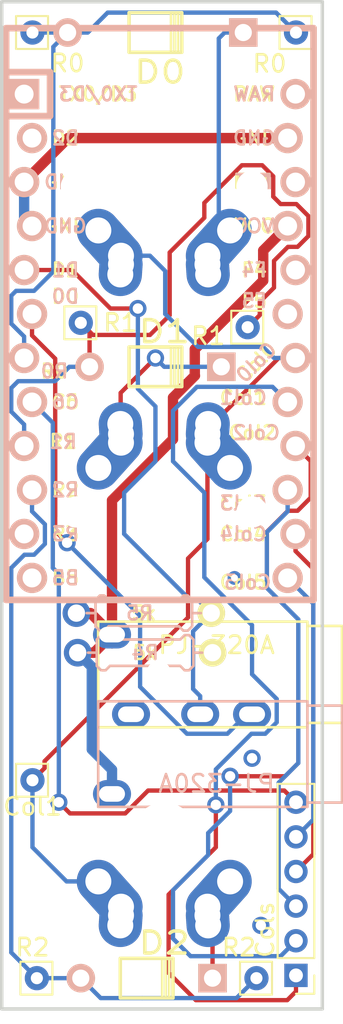
<source format=kicad_pcb>
(kicad_pcb (version 20171130) (host pcbnew 5.0.2-bee76a0~70~ubuntu18.04.1)

  (general
    (thickness 1.6)
    (drawings 4)
    (tracks 216)
    (zones 0)
    (modules 18)
    (nets 26)
  )

  (page User 210.007 148.488)
  (layers
    (0 F.Cu signal)
    (31 B.Cu signal)
    (32 B.Adhes user hide)
    (33 F.Adhes user hide)
    (34 B.Paste user)
    (35 F.Paste user)
    (36 B.SilkS user)
    (37 F.SilkS user)
    (38 B.Mask user)
    (39 F.Mask user)
    (40 Dwgs.User user)
    (41 Cmts.User user hide)
    (42 Eco1.User user hide)
    (43 Eco2.User user hide)
    (44 Edge.Cuts user)
    (45 Margin user hide)
    (46 B.CrtYd user hide)
    (47 F.CrtYd user)
    (48 B.Fab user hide)
    (49 F.Fab user hide)
  )

  (setup
    (last_trace_width 0.25)
    (trace_clearance 0.2)
    (zone_clearance 0.15)
    (zone_45_only no)
    (trace_min 0.16)
    (segment_width 0.2)
    (edge_width 0.15)
    (via_size 1)
    (via_drill 0.6)
    (via_min_size 0.4)
    (via_min_drill 0.3)
    (uvia_size 0.3)
    (uvia_drill 0.1)
    (uvias_allowed no)
    (uvia_min_size 0.2)
    (uvia_min_drill 0.1)
    (pcb_text_width 0.3)
    (pcb_text_size 1.5 1.5)
    (mod_edge_width 0.15)
    (mod_text_size 1 1)
    (mod_text_width 0.15)
    (pad_size 1.5 1)
    (pad_drill 0)
    (pad_to_mask_clearance 0.2)
    (solder_mask_min_width 0.25)
    (aux_axis_origin 0 0)
    (visible_elements FFFFFF7F)
    (pcbplotparams
      (layerselection 0x010fc_ffffffff)
      (usegerberextensions false)
      (usegerberattributes false)
      (usegerberadvancedattributes false)
      (creategerberjobfile false)
      (excludeedgelayer true)
      (linewidth 0.100000)
      (plotframeref false)
      (viasonmask false)
      (mode 1)
      (useauxorigin false)
      (hpglpennumber 1)
      (hpglpenspeed 20)
      (hpglpendiameter 15.000000)
      (psnegative false)
      (psa4output false)
      (plotreference true)
      (plotvalue true)
      (plotinvisibletext false)
      (padsonsilk false)
      (subtractmaskfromsilk false)
      (outputformat 1)
      (mirror false)
      (drillshape 0)
      (scaleselection 1)
      (outputdirectory "ColKeys.gbr/"))
  )

  (net 0 "")
  (net 1 Row1)
  (net 2 Row2)
  (net 3 Row3)
  (net 4 Row0)
  (net 5 Col1)
  (net 6 Col2)
  (net 7 Col3)
  (net 8 Col4)
  (net 9 Col5)
  (net 10 GND)
  (net 11 SCL)
  (net 12 SDA)
  (net 13 Col0)
  (net 14 VCC)
  (net 15 "Net-(D0-Pad2)")
  (net 16 "Net-(D1-Pad2)")
  (net 17 "Net-(D2-Pad2)")
  (net 18 "Net-(U1-Pad1)")
  (net 19 "Net-(U1-Pad2)")
  (net 20 "Net-(U1-Pad19)")
  (net 21 "Net-(U1-Pad20)")
  (net 22 "Net-(U1-Pad22)")
  (net 23 Row4)
  (net 24 "Net-(U1-Pad24)")
  (net 25 Col6)

  (net_class Default "This is the default net class."
    (clearance 0.2)
    (trace_width 0.25)
    (via_dia 1)
    (via_drill 0.6)
    (uvia_dia 0.3)
    (uvia_drill 0.1)
    (add_net Col0)
    (add_net Col1)
    (add_net Col2)
    (add_net Col3)
    (add_net Col4)
    (add_net Col5)
    (add_net Col6)
    (add_net "Net-(D0-Pad2)")
    (add_net "Net-(D1-Pad2)")
    (add_net "Net-(D2-Pad2)")
    (add_net "Net-(U1-Pad1)")
    (add_net "Net-(U1-Pad19)")
    (add_net "Net-(U1-Pad2)")
    (add_net "Net-(U1-Pad20)")
    (add_net "Net-(U1-Pad22)")
    (add_net "Net-(U1-Pad24)")
    (add_net Row0)
    (add_net Row1)
    (add_net Row2)
    (add_net Row3)
    (add_net Row4)
    (add_net SCL)
    (add_net SDA)
  )

  (net_class Fine ""
    (clearance 0.15)
    (trace_width 0.16)
    (via_dia 0.4)
    (via_drill 0.3)
    (uvia_dia 0.3)
    (uvia_drill 0.1)
  )

  (net_class Power ""
    (clearance 0.15)
    (trace_width 0.6)
    (via_dia 0.8)
    (via_drill 0.4)
    (uvia_dia 0.3)
    (uvia_drill 0.1)
    (add_net GND)
    (add_net VCC)
  )

  (net_class USBData ""
    (clearance 0.16)
    (trace_width 0.16)
    (via_dia 0.8)
    (via_drill 0.4)
    (uvia_dia 0.3)
    (uvia_drill 0.1)
  )

  (module Connector_PinHeader_2.00mm:PinHeader_1x06_P2.00mm_Vertical (layer F.Cu) (tedit 5E1EDB64) (tstamp 5E1ED8F1)
    (at 32.512 71.722 180)
    (descr "Through hole straight pin header, 1x06, 2.00mm pitch, single row")
    (tags "Through hole pin header THT 1x06 2.00mm single row")
    (path /5E1CE647)
    (fp_text reference Cols (at 1.778 2.634 270) (layer F.SilkS)
      (effects (font (size 1 1) (thickness 0.15)))
    )
    (fp_text value Conn_01x06 (at 0 12.06 180) (layer F.Fab)
      (effects (font (size 1 1) (thickness 0.15)))
    )
    (fp_text user %R (at 0 5 270) (layer F.Fab)
      (effects (font (size 1 1) (thickness 0.15)))
    )
    (fp_line (start 1.5 -1.5) (end -1.5 -1.5) (layer F.CrtYd) (width 0.05))
    (fp_line (start 1.5 11.5) (end 1.5 -1.5) (layer F.CrtYd) (width 0.05))
    (fp_line (start -1.5 11.5) (end 1.5 11.5) (layer F.CrtYd) (width 0.05))
    (fp_line (start -1.5 -1.5) (end -1.5 11.5) (layer F.CrtYd) (width 0.05))
    (fp_line (start -1.06 -1.06) (end 0 -1.06) (layer F.SilkS) (width 0.12))
    (fp_line (start -1.06 0) (end -1.06 -1.06) (layer F.SilkS) (width 0.12))
    (fp_line (start -1.06 1) (end 1.06 1) (layer F.SilkS) (width 0.12))
    (fp_line (start 1.06 1) (end 1.06 11.06) (layer F.SilkS) (width 0.12))
    (fp_line (start -1.06 1) (end -1.06 11.06) (layer F.SilkS) (width 0.12))
    (fp_line (start -1.06 11.06) (end 1.06 11.06) (layer F.SilkS) (width 0.12))
    (fp_line (start -1 -0.5) (end -0.5 -1) (layer F.Fab) (width 0.1))
    (fp_line (start -1 11) (end -1 -0.5) (layer F.Fab) (width 0.1))
    (fp_line (start 1 11) (end -1 11) (layer F.Fab) (width 0.1))
    (fp_line (start 1 -1) (end 1 11) (layer F.Fab) (width 0.1))
    (fp_line (start -0.5 -1) (end 1 -1) (layer F.Fab) (width 0.1))
    (pad 6 thru_hole oval (at 0 10 180) (size 1.35 1.35) (drill 0.8) (layers *.Cu *.Mask)
      (net 25 Col6))
    (pad 5 thru_hole oval (at 0 8 180) (size 1.35 1.35) (drill 0.8) (layers *.Cu *.Mask)
      (net 9 Col5))
    (pad 4 thru_hole oval (at 0 6 180) (size 1.35 1.35) (drill 0.8) (layers *.Cu *.Mask)
      (net 8 Col4))
    (pad 3 thru_hole oval (at 0 4 180) (size 1.35 1.35) (drill 0.8) (layers *.Cu *.Mask)
      (net 7 Col3))
    (pad 2 thru_hole oval (at 0 2 180) (size 1.35 1.35) (drill 0.8) (layers *.Cu *.Mask)
      (net 6 Col2))
    (pad 1 thru_hole rect (at 0 0 180) (size 1.35 1.35) (drill 0.8) (layers *.Cu *.Mask)
      (net 5 Col1))
    (model ${KISYS3DMOD}/Connector_PinHeader_2.00mm.3dshapes/PinHeader_1x06_P2.00mm_Vertical.wrl
      (at (xyz 0 0 0))
      (scale (xyz 1 1 1))
      (rotate (xyz 0 0 0))
    )
  )

  (module Keebio-Parts:Hybrid_PCB_100H_Dual_hole-flip (layer F.Cu) (tedit 5A41EE18) (tstamp 5E1AB239)
    (at 24.892 44.958)
    (path /5E1AA21A)
    (fp_text reference K1 (at 0 3.175) (layer F.SilkS) hide
      (effects (font (size 1.27 1.524) (thickness 0.2032)))
    )
    (fp_text value K34 (at 0 5.08) (layer F.SilkS) hide
      (effects (font (size 1.27 1.524) (thickness 0.2032)))
    )
    (fp_line (start -6.985 6.985) (end -6.985 -6.985) (layer Eco2.User) (width 0.1524))
    (fp_line (start 6.985 6.985) (end -6.985 6.985) (layer Eco2.User) (width 0.1524))
    (fp_line (start 6.985 -6.985) (end 6.985 6.985) (layer Eco2.User) (width 0.1524))
    (fp_line (start -6.985 -6.985) (end 6.985 -6.985) (layer Eco2.User) (width 0.1524))
    (fp_line (start -9.398 9.398) (end -9.398 -9.398) (layer Dwgs.User) (width 0.1524))
    (fp_line (start 9.398 9.398) (end -9.398 9.398) (layer Dwgs.User) (width 0.1524))
    (fp_line (start 9.398 -9.398) (end 9.398 9.398) (layer Dwgs.User) (width 0.1524))
    (fp_line (start -9.398 -9.398) (end 9.398 -9.398) (layer Dwgs.User) (width 0.1524))
    (fp_line (start -6.35 6.35) (end -6.35 -6.35) (layer Cmts.User) (width 0.1524))
    (fp_line (start 6.35 6.35) (end -6.35 6.35) (layer Cmts.User) (width 0.1524))
    (fp_line (start 6.35 -6.35) (end 6.35 6.35) (layer Cmts.User) (width 0.1524))
    (fp_line (start -6.35 -6.35) (end 6.35 -6.35) (layer Cmts.User) (width 0.1524))
    (pad 1 smd oval (at 2.52 -4.79 356.055) (size 2.5 3.081378) (layers B.Cu B.Paste B.Mask)
      (net 13 Col0))
    (pad 1 smd oval (at 3.155 -3.27 221.9) (size 2.5 4.461556) (layers F.Cu F.Paste F.Mask)
      (net 13 Col0))
    (pad 2 smd oval (at -2.52 -4.79 3.945) (size 2.5 3.081378) (layers F.Cu F.Paste F.Mask)
      (net 16 "Net-(D1-Pad2)"))
    (pad 2 smd oval (at -3.155 -3.27 138.1) (size 2.5 4.461556) (layers F.Cu F.Paste F.Mask)
      (net 16 "Net-(D1-Pad2)"))
    (pad 2 thru_hole circle (at -2.54 -5.08 330.95) (size 2 2) (drill 1.5) (layers *.Cu *.Mask)
      (net 16 "Net-(D1-Pad2)"))
    (pad 2 thru_hole circle (at -2.5 -4.5 330.95) (size 2 2) (drill 1.5) (layers *.Cu *.Mask)
      (net 16 "Net-(D1-Pad2)"))
    (pad 2 smd oval (at -2.52 -4.79 3.945) (size 2.5 3.081378) (layers B.Cu B.Paste B.Mask)
      (net 16 "Net-(D1-Pad2)"))
    (pad 1 thru_hole circle (at 3.81 -2.54 330.95) (size 2 2) (drill 1.5) (layers *.Cu *.Mask)
      (net 13 Col0))
    (pad 1 thru_hole circle (at 2.5 -4) (size 2 2) (drill 1.5) (layers *.Cu *.Mask)
      (net 13 Col0))
    (pad 2 smd oval (at -3.155 -3.27 138.1) (size 2.5 4.461556) (layers B.Cu B.Paste B.Mask)
      (net 16 "Net-(D1-Pad2)"))
    (pad 1 smd oval (at 3.155 -3.27 221.9) (size 2.5 4.461556) (layers B.Cu B.Paste B.Mask)
      (net 13 Col0))
    (pad 2 thru_hole circle (at -3.81 -2.54 330.95) (size 2 2) (drill 1.5) (layers *.Cu *.Mask)
      (net 16 "Net-(D1-Pad2)"))
    (pad HOLE np_thru_hole circle (at 5.08 0) (size 1.8 1.8) (drill 1.8) (layers *.Cu))
    (pad HOLE np_thru_hole circle (at -5.08 0) (size 1.8 1.8) (drill 1.8) (layers *.Cu))
    (pad HOLE np_thru_hole circle (at 0 0) (size 3.9878 3.9878) (drill 3.9878) (layers *.Cu))
    (pad 2 thru_hole circle (at -2.5 -4 330.95) (size 2 2) (drill 1.5) (layers *.Cu *.Mask)
      (net 16 "Net-(D1-Pad2)"))
    (pad 1 thru_hole circle (at 2.54 -5.08 330.95) (size 2 2) (drill 1.5) (layers *.Cu *.Mask)
      (net 13 Col0))
    (pad 1 thru_hole circle (at 2.5 -4.5 330.95) (size 2 2) (drill 1.5) (layers *.Cu *.Mask)
      (net 13 Col0))
    (pad 1 smd oval (at 2.52 -4.79 356.055) (size 2.5 3.081378) (layers F.Cu F.Paste F.Mask)
      (net 13 Col0))
    (model /Users/danny/Documents/proj/custom-keyboard/kicad-libs/3d_models/mx-switch.wrl
      (offset (xyz 7.4675998878479 7.4675998878479 5.943599910736085))
      (scale (xyz 0.4 0.4 0.4))
      (rotate (xyz 270 0 180))
    )
    (model /Users/danny/Documents/proj/custom-keyboard/kicad-libs/3d_models/SA-R3-1u.wrl
      (offset (xyz 0 0 11.93799982070923))
      (scale (xyz 0.394 0.394 0.394))
      (rotate (xyz 270 0 0))
    )
  )

  (module Keebio-Parts:Hybrid_PCB_100H_Dual_hole-flip (layer F.Cu) (tedit 5A41EE18) (tstamp 5E1AB221)
    (at 24.892 26.162 180)
    (path /5E1AA260)
    (fp_text reference K0 (at 0 3.175 180) (layer F.SilkS) hide
      (effects (font (size 1.27 1.524) (thickness 0.2032)))
    )
    (fp_text value K34 (at 0 5.08 180) (layer F.SilkS) hide
      (effects (font (size 1.27 1.524) (thickness 0.2032)))
    )
    (fp_line (start -6.985 6.985) (end -6.985 -6.985) (layer Eco2.User) (width 0.1524))
    (fp_line (start 6.985 6.985) (end -6.985 6.985) (layer Eco2.User) (width 0.1524))
    (fp_line (start 6.985 -6.985) (end 6.985 6.985) (layer Eco2.User) (width 0.1524))
    (fp_line (start -6.985 -6.985) (end 6.985 -6.985) (layer Eco2.User) (width 0.1524))
    (fp_line (start -9.398 9.398) (end -9.398 -9.398) (layer Dwgs.User) (width 0.1524))
    (fp_line (start 9.398 9.398) (end -9.398 9.398) (layer Dwgs.User) (width 0.1524))
    (fp_line (start 9.398 -9.398) (end 9.398 9.398) (layer Dwgs.User) (width 0.1524))
    (fp_line (start -9.398 -9.398) (end 9.398 -9.398) (layer Dwgs.User) (width 0.1524))
    (fp_line (start -6.35 6.35) (end -6.35 -6.35) (layer Cmts.User) (width 0.1524))
    (fp_line (start 6.35 6.35) (end -6.35 6.35) (layer Cmts.User) (width 0.1524))
    (fp_line (start 6.35 -6.35) (end 6.35 6.35) (layer Cmts.User) (width 0.1524))
    (fp_line (start -6.35 -6.35) (end 6.35 -6.35) (layer Cmts.User) (width 0.1524))
    (pad 1 smd oval (at 2.52 -4.79 176.055) (size 2.5 3.081378) (layers B.Cu B.Paste B.Mask)
      (net 13 Col0))
    (pad 1 smd oval (at 3.155 -3.27 41.9) (size 2.5 4.461556) (layers F.Cu F.Paste F.Mask)
      (net 13 Col0))
    (pad 2 smd oval (at -2.52 -4.79 183.945) (size 2.5 3.081378) (layers F.Cu F.Paste F.Mask)
      (net 15 "Net-(D0-Pad2)"))
    (pad 2 smd oval (at -3.155 -3.27 318.1) (size 2.5 4.461556) (layers F.Cu F.Paste F.Mask)
      (net 15 "Net-(D0-Pad2)"))
    (pad 2 thru_hole circle (at -2.54 -5.08 150.95) (size 2 2) (drill 1.5) (layers *.Cu *.Mask)
      (net 15 "Net-(D0-Pad2)"))
    (pad 2 thru_hole circle (at -2.5 -4.5 150.95) (size 2 2) (drill 1.5) (layers *.Cu *.Mask)
      (net 15 "Net-(D0-Pad2)"))
    (pad 2 smd oval (at -2.52 -4.79 183.945) (size 2.5 3.081378) (layers B.Cu B.Paste B.Mask)
      (net 15 "Net-(D0-Pad2)"))
    (pad 1 thru_hole circle (at 3.81 -2.54 150.95) (size 2 2) (drill 1.5) (layers *.Cu *.Mask)
      (net 13 Col0))
    (pad 1 thru_hole circle (at 2.5 -4 180) (size 2 2) (drill 1.5) (layers *.Cu *.Mask)
      (net 13 Col0))
    (pad 2 smd oval (at -3.155 -3.27 318.1) (size 2.5 4.461556) (layers B.Cu B.Paste B.Mask)
      (net 15 "Net-(D0-Pad2)"))
    (pad 1 smd oval (at 3.155 -3.27 41.9) (size 2.5 4.461556) (layers B.Cu B.Paste B.Mask)
      (net 13 Col0))
    (pad 2 thru_hole circle (at -3.81 -2.54 150.95) (size 2 2) (drill 1.5) (layers *.Cu *.Mask)
      (net 15 "Net-(D0-Pad2)"))
    (pad HOLE np_thru_hole circle (at 5.08 0 180) (size 1.8 1.8) (drill 1.8) (layers *.Cu))
    (pad HOLE np_thru_hole circle (at -5.08 0 180) (size 1.8 1.8) (drill 1.8) (layers *.Cu))
    (pad HOLE np_thru_hole circle (at 0 0 180) (size 3.9878 3.9878) (drill 3.9878) (layers *.Cu))
    (pad 2 thru_hole circle (at -2.5 -4 150.95) (size 2 2) (drill 1.5) (layers *.Cu *.Mask)
      (net 15 "Net-(D0-Pad2)"))
    (pad 1 thru_hole circle (at 2.54 -5.08 150.95) (size 2 2) (drill 1.5) (layers *.Cu *.Mask)
      (net 13 Col0))
    (pad 1 thru_hole circle (at 2.5 -4.5 150.95) (size 2 2) (drill 1.5) (layers *.Cu *.Mask)
      (net 13 Col0))
    (pad 1 smd oval (at 2.52 -4.79 176.055) (size 2.5 3.081378) (layers F.Cu F.Paste F.Mask)
      (net 13 Col0))
    (model /Users/danny/Documents/proj/custom-keyboard/kicad-libs/3d_models/mx-switch.wrl
      (offset (xyz 7.4675998878479 7.4675998878479 5.943599910736085))
      (scale (xyz 0.4 0.4 0.4))
      (rotate (xyz 270 0 180))
    )
    (model /Users/danny/Documents/proj/custom-keyboard/kicad-libs/3d_models/SA-R3-1u.wrl
      (offset (xyz 0 0 11.93799982070923))
      (scale (xyz 0.394 0.394 0.394))
      (rotate (xyz 270 0 0))
    )
  )

  (module Keebio-Parts:Hybrid_PCB_100H_Dual_hole-flip (layer F.Cu) (tedit 5A41EE18) (tstamp 5E33A1E3)
    (at 24.892 63.754 180)
    (path /5E1AA1BA)
    (fp_text reference K2 (at 0 3.175 180) (layer F.SilkS) hide
      (effects (font (size 1.27 1.524) (thickness 0.2032)))
    )
    (fp_text value K34 (at 0 5.08 180) (layer F.SilkS) hide
      (effects (font (size 1.27 1.524) (thickness 0.2032)))
    )
    (fp_line (start -6.985 6.985) (end -6.985 -6.985) (layer Eco2.User) (width 0.1524))
    (fp_line (start 6.985 6.985) (end -6.985 6.985) (layer Eco2.User) (width 0.1524))
    (fp_line (start 6.985 -6.985) (end 6.985 6.985) (layer Eco2.User) (width 0.1524))
    (fp_line (start -6.985 -6.985) (end 6.985 -6.985) (layer Eco2.User) (width 0.1524))
    (fp_line (start -9.398 9.398) (end -9.398 -9.398) (layer Dwgs.User) (width 0.1524))
    (fp_line (start 9.398 9.398) (end -9.398 9.398) (layer Dwgs.User) (width 0.1524))
    (fp_line (start 9.398 -9.398) (end 9.398 9.398) (layer Dwgs.User) (width 0.1524))
    (fp_line (start -9.398 -9.398) (end 9.398 -9.398) (layer Dwgs.User) (width 0.1524))
    (fp_line (start -6.35 6.35) (end -6.35 -6.35) (layer Cmts.User) (width 0.1524))
    (fp_line (start 6.35 6.35) (end -6.35 6.35) (layer Cmts.User) (width 0.1524))
    (fp_line (start 6.35 -6.35) (end 6.35 6.35) (layer Cmts.User) (width 0.1524))
    (fp_line (start -6.35 -6.35) (end 6.35 -6.35) (layer Cmts.User) (width 0.1524))
    (pad 1 smd oval (at 2.52 -4.79 176.055) (size 2.5 3.081378) (layers B.Cu B.Paste B.Mask)
      (net 13 Col0))
    (pad 1 smd oval (at 3.155 -3.27 41.9) (size 2.5 4.461556) (layers F.Cu F.Paste F.Mask)
      (net 13 Col0))
    (pad 2 smd oval (at -2.52 -4.79 183.945) (size 2.5 3.081378) (layers F.Cu F.Paste F.Mask)
      (net 17 "Net-(D2-Pad2)"))
    (pad 2 smd oval (at -3.155 -3.27 318.1) (size 2.5 4.461556) (layers F.Cu F.Paste F.Mask)
      (net 17 "Net-(D2-Pad2)"))
    (pad 2 thru_hole circle (at -2.54 -5.08 150.95) (size 2 2) (drill 1.5) (layers *.Cu *.Mask)
      (net 17 "Net-(D2-Pad2)"))
    (pad 2 thru_hole circle (at -2.5 -4.5 150.95) (size 2 2) (drill 1.5) (layers *.Cu *.Mask)
      (net 17 "Net-(D2-Pad2)"))
    (pad 2 smd oval (at -2.52 -4.79 183.945) (size 2.5 3.081378) (layers B.Cu B.Paste B.Mask)
      (net 17 "Net-(D2-Pad2)"))
    (pad 1 thru_hole circle (at 3.81 -2.54 150.95) (size 2 2) (drill 1.5) (layers *.Cu *.Mask)
      (net 13 Col0))
    (pad 1 thru_hole circle (at 2.5 -4 180) (size 2 2) (drill 1.5) (layers *.Cu *.Mask)
      (net 13 Col0))
    (pad 2 smd oval (at -3.155 -3.27 318.1) (size 2.5 4.461556) (layers B.Cu B.Paste B.Mask)
      (net 17 "Net-(D2-Pad2)"))
    (pad 1 smd oval (at 3.155 -3.27 41.9) (size 2.5 4.461556) (layers B.Cu B.Paste B.Mask)
      (net 13 Col0))
    (pad 2 thru_hole circle (at -3.81 -2.54 150.95) (size 2 2) (drill 1.5) (layers *.Cu *.Mask)
      (net 17 "Net-(D2-Pad2)"))
    (pad HOLE np_thru_hole circle (at 5.08 0 180) (size 1.8 1.8) (drill 1.8) (layers *.Cu))
    (pad HOLE np_thru_hole circle (at -5.08 0 180) (size 1.8 1.8) (drill 1.8) (layers *.Cu))
    (pad HOLE np_thru_hole circle (at 0 0 180) (size 3.9878 3.9878) (drill 3.9878) (layers *.Cu))
    (pad 2 thru_hole circle (at -2.5 -4 150.95) (size 2 2) (drill 1.5) (layers *.Cu *.Mask)
      (net 17 "Net-(D2-Pad2)"))
    (pad 1 thru_hole circle (at 2.54 -5.08 150.95) (size 2 2) (drill 1.5) (layers *.Cu *.Mask)
      (net 13 Col0))
    (pad 1 thru_hole circle (at 2.5 -4.5 150.95) (size 2 2) (drill 1.5) (layers *.Cu *.Mask)
      (net 13 Col0))
    (pad 1 smd oval (at 2.52 -4.79 176.055) (size 2.5 3.081378) (layers F.Cu F.Paste F.Mask)
      (net 13 Col0))
    (model /Users/danny/Documents/proj/custom-keyboard/kicad-libs/3d_models/mx-switch.wrl
      (offset (xyz 7.4675998878479 7.4675998878479 5.943599910736085))
      (scale (xyz 0.4 0.4 0.4))
      (rotate (xyz 270 0 180))
    )
    (model /Users/danny/Documents/proj/custom-keyboard/kicad-libs/3d_models/SA-R3-1u.wrl
      (offset (xyz 0 0 11.93799982070923))
      (scale (xyz 0.394 0.394 0.394))
      (rotate (xyz 270 0 0))
    )
  )

  (module Keebio-Parts:Diode (layer F.Cu) (tedit 549B02AC) (tstamp 5E1FABE4)
    (at 23.876 71.882)
    (path /5A1C7569)
    (fp_text reference D2 (at 1.016 -2.032) (layer F.SilkS)
      (effects (font (size 1.27 1.524) (thickness 0.2032)))
    )
    (fp_text value D (at 0 0) (layer F.SilkS) hide
      (effects (font (size 1.27 1.524) (thickness 0.2032)))
    )
    (fp_line (start -1.524 1.143) (end -1.524 -1.143) (layer F.SilkS) (width 0.2032))
    (fp_line (start 1.524 1.143) (end -1.524 1.143) (layer F.SilkS) (width 0.2032))
    (fp_line (start 1.524 -1.143) (end 1.524 1.143) (layer F.SilkS) (width 0.2032))
    (fp_line (start -1.524 -1.143) (end 1.524 -1.143) (layer F.SilkS) (width 0.2032))
    (fp_line (start 1.3 1.1) (end 1.3 -1) (layer F.SilkS) (width 0.15))
    (fp_line (start 1.3 -1.1) (end 1.3 -1) (layer F.SilkS) (width 0.15))
    (fp_line (start 1.3 -1) (end 1.3 -1.1) (layer F.SilkS) (width 0.15))
    (fp_line (start 1.1 -1.1) (end 1.1 1.1) (layer F.SilkS) (width 0.15))
    (fp_line (start 0.9 1.1) (end 0.9 -1.1) (layer F.SilkS) (width 0.15))
    (pad 2 thru_hole rect (at 3.81 0) (size 1.651 1.651) (drill 0.9906) (layers *.Cu *.SilkS *.Mask)
      (net 17 "Net-(D2-Pad2)"))
    (pad 1 thru_hole circle (at -3.81 0) (size 1.651 1.651) (drill 0.9906) (layers *.Cu *.SilkS *.Mask)
      (net 2 Row2))
  )

  (module Keebio-Parts:Diode (layer F.Cu) (tedit 549B02AC) (tstamp 5E1D1E96)
    (at 24.384 36.576)
    (path /5A1C3A0F)
    (fp_text reference D1 (at 0.508 -2.032) (layer F.SilkS)
      (effects (font (size 1.27 1.524) (thickness 0.2032)))
    )
    (fp_text value D (at 0 0) (layer F.SilkS) hide
      (effects (font (size 1.27 1.524) (thickness 0.2032)))
    )
    (fp_line (start -1.524 1.143) (end -1.524 -1.143) (layer F.SilkS) (width 0.2032))
    (fp_line (start 1.524 1.143) (end -1.524 1.143) (layer F.SilkS) (width 0.2032))
    (fp_line (start 1.524 -1.143) (end 1.524 1.143) (layer F.SilkS) (width 0.2032))
    (fp_line (start -1.524 -1.143) (end 1.524 -1.143) (layer F.SilkS) (width 0.2032))
    (fp_line (start 1.3 1.1) (end 1.3 -1) (layer F.SilkS) (width 0.15))
    (fp_line (start 1.3 -1.1) (end 1.3 -1) (layer F.SilkS) (width 0.15))
    (fp_line (start 1.3 -1) (end 1.3 -1.1) (layer F.SilkS) (width 0.15))
    (fp_line (start 1.1 -1.1) (end 1.1 1.1) (layer F.SilkS) (width 0.15))
    (fp_line (start 0.9 1.1) (end 0.9 -1.1) (layer F.SilkS) (width 0.15))
    (pad 2 thru_hole rect (at 3.81 0) (size 1.651 1.651) (drill 0.9906) (layers *.Cu *.SilkS *.Mask)
      (net 16 "Net-(D1-Pad2)"))
    (pad 1 thru_hole circle (at -3.81 0) (size 1.651 1.651) (drill 0.9906) (layers *.Cu *.SilkS *.Mask)
      (net 1 Row1))
  )

  (module Keebio-Parts:Diode-Wide (layer F.Cu) (tedit 5E1CC135) (tstamp 5E3F03A5)
    (at 24.384 17.272)
    (path /5A1C368B)
    (fp_text reference D0 (at 0.254 2.286) (layer F.SilkS)
      (effects (font (size 1.27 1.524) (thickness 0.2032)))
    )
    (fp_text value D (at 0 0) (layer F.SilkS) hide
      (effects (font (size 1.27 1.524) (thickness 0.2032)))
    )
    (fp_line (start -1.524 1.143) (end -1.524 -1.143) (layer F.SilkS) (width 0.2032))
    (fp_line (start 1.524 1.143) (end -1.524 1.143) (layer F.SilkS) (width 0.2032))
    (fp_line (start 1.524 -1.143) (end 1.524 1.143) (layer F.SilkS) (width 0.2032))
    (fp_line (start -1.524 -1.143) (end 1.524 -1.143) (layer F.SilkS) (width 0.2032))
    (fp_line (start 1.3 1.1) (end 1.3 -1) (layer F.SilkS) (width 0.15))
    (fp_line (start 1.3 -1.1) (end 1.3 -1) (layer F.SilkS) (width 0.15))
    (fp_line (start 1.3 -1) (end 1.3 -1.1) (layer F.SilkS) (width 0.15))
    (fp_line (start 1.1 -1.1) (end 1.1 1.1) (layer F.SilkS) (width 0.15))
    (fp_line (start 0.9 1.1) (end 0.9 -1.1) (layer F.SilkS) (width 0.15))
    (pad 2 thru_hole rect (at 5.08 0) (size 1.651 1.651) (drill 0.9906) (layers *.Cu *.SilkS *.Mask)
      (net 15 "Net-(D0-Pad2)"))
    (pad 1 thru_hole circle (at -5.08 0) (size 1.651 1.651) (drill 0.9906) (layers *.Cu *.SilkS *.Mask)
      (net 4 Row0))
  )

  (module Connector_Pin:Pin_D0.7mm_L6.5mm_W1.8mm_FlatFork (layer F.Cu) (tedit 5A1DC084) (tstamp 5E1F9AF9)
    (at 20.066 34.036)
    (descr "solder Pin_ with flat fork, hole diameter 0.7mm, length 6.5mm, width 1.8mm")
    (tags "solder Pin_ with flat fork")
    (path /5E1DCA8F)
    (fp_text reference R1 (at 2.286 0) (layer F.SilkS)
      (effects (font (size 1 1) (thickness 0.15)))
    )
    (fp_text value Conn_01x01 (at 0 -1.8) (layer F.Fab)
      (effects (font (size 1 1) (thickness 0.15)))
    )
    (fp_line (start 1.35 1.2) (end -1.4 1.2) (layer F.CrtYd) (width 0.05))
    (fp_line (start 1.35 1.2) (end 1.35 -1.2) (layer F.CrtYd) (width 0.05))
    (fp_line (start -1.4 -1.2) (end -1.4 1.2) (layer F.CrtYd) (width 0.05))
    (fp_line (start -1.4 -1.2) (end 1.35 -1.2) (layer F.CrtYd) (width 0.05))
    (fp_line (start -0.9 0.25) (end -0.9 -0.25) (layer F.Fab) (width 0.12))
    (fp_line (start 0.85 0.25) (end -0.9 0.25) (layer F.Fab) (width 0.12))
    (fp_line (start 0.85 -0.25) (end 0.85 0.25) (layer F.Fab) (width 0.12))
    (fp_line (start -0.9 -0.25) (end 0.85 -0.25) (layer F.Fab) (width 0.12))
    (fp_line (start 0.9 -0.95) (end -0.95 -0.95) (layer F.SilkS) (width 0.12))
    (fp_line (start 0.9 -0.9) (end 0.9 -0.95) (layer F.SilkS) (width 0.12))
    (fp_line (start 0.9 0.95) (end 0.9 -0.9) (layer F.SilkS) (width 0.12))
    (fp_line (start -0.95 0.95) (end 0.9 0.95) (layer F.SilkS) (width 0.12))
    (fp_line (start -0.95 -0.95) (end -0.95 0.95) (layer F.SilkS) (width 0.12))
    (fp_text user %R (at 0 1.8) (layer F.Fab)
      (effects (font (size 1 1) (thickness 0.15)))
    )
    (pad 1 thru_hole circle (at 0 0) (size 1.4 1.4) (drill 0.7) (layers *.Cu *.Mask)
      (net 1 Row1))
    (model ${KISYS3DMOD}/Connector_Pin.3dshapes/Pin_D0.7mm_L6.5mm_W1.8mm_FlatFork.wrl
      (at (xyz 0 0 0))
      (scale (xyz 1 1 1))
      (rotate (xyz 0 0 0))
    )
  )

  (module Connector_Pin:Pin_D0.7mm_L6.5mm_W1.8mm_FlatFork (layer F.Cu) (tedit 5A1DC084) (tstamp 5E1ABB0B)
    (at 17.526 71.882)
    (descr "solder Pin_ with flat fork, hole diameter 0.7mm, length 6.5mm, width 1.8mm")
    (tags "solder Pin_ with flat fork")
    (path /5E1DCAE1)
    (fp_text reference R2 (at -0.254 -1.778) (layer F.SilkS)
      (effects (font (size 1 1) (thickness 0.15)))
    )
    (fp_text value Conn_01x01 (at 0 -1.8) (layer F.Fab)
      (effects (font (size 1 1) (thickness 0.15)))
    )
    (fp_line (start 1.35 1.2) (end -1.4 1.2) (layer F.CrtYd) (width 0.05))
    (fp_line (start 1.35 1.2) (end 1.35 -1.2) (layer F.CrtYd) (width 0.05))
    (fp_line (start -1.4 -1.2) (end -1.4 1.2) (layer F.CrtYd) (width 0.05))
    (fp_line (start -1.4 -1.2) (end 1.35 -1.2) (layer F.CrtYd) (width 0.05))
    (fp_line (start -0.9 0.25) (end -0.9 -0.25) (layer F.Fab) (width 0.12))
    (fp_line (start 0.85 0.25) (end -0.9 0.25) (layer F.Fab) (width 0.12))
    (fp_line (start 0.85 -0.25) (end 0.85 0.25) (layer F.Fab) (width 0.12))
    (fp_line (start -0.9 -0.25) (end 0.85 -0.25) (layer F.Fab) (width 0.12))
    (fp_line (start 0.9 -0.95) (end -0.95 -0.95) (layer F.SilkS) (width 0.12))
    (fp_line (start 0.9 -0.9) (end 0.9 -0.95) (layer F.SilkS) (width 0.12))
    (fp_line (start 0.9 0.95) (end 0.9 -0.9) (layer F.SilkS) (width 0.12))
    (fp_line (start -0.95 0.95) (end 0.9 0.95) (layer F.SilkS) (width 0.12))
    (fp_line (start -0.95 -0.95) (end -0.95 0.95) (layer F.SilkS) (width 0.12))
    (fp_text user %R (at 0 1.8) (layer F.Fab)
      (effects (font (size 1 1) (thickness 0.15)))
    )
    (pad 1 thru_hole circle (at 0 0) (size 1.4 1.4) (drill 0.7) (layers *.Cu *.Mask)
      (net 2 Row2))
    (model ${KISYS3DMOD}/Connector_Pin.3dshapes/Pin_D0.7mm_L6.5mm_W1.8mm_FlatFork.wrl
      (at (xyz 0 0 0))
      (scale (xyz 1 1 1))
      (rotate (xyz 0 0 0))
    )
  )

  (module Connector_Pin:Pin_D0.7mm_L6.5mm_W1.8mm_FlatFork (layer F.Cu) (tedit 5A1DC084) (tstamp 5E1ABAF7)
    (at 17.272 17.272)
    (descr "solder Pin_ with flat fork, hole diameter 0.7mm, length 6.5mm, width 1.8mm")
    (tags "solder Pin_ with flat fork")
    (path /5E1DC9BB)
    (fp_text reference R0 (at 2.032 1.778) (layer F.SilkS)
      (effects (font (size 1 1) (thickness 0.15)))
    )
    (fp_text value Conn_01x01 (at 0 -1.8) (layer F.Fab)
      (effects (font (size 1 1) (thickness 0.15)))
    )
    (fp_line (start 1.35 1.2) (end -1.4 1.2) (layer F.CrtYd) (width 0.05))
    (fp_line (start 1.35 1.2) (end 1.35 -1.2) (layer F.CrtYd) (width 0.05))
    (fp_line (start -1.4 -1.2) (end -1.4 1.2) (layer F.CrtYd) (width 0.05))
    (fp_line (start -1.4 -1.2) (end 1.35 -1.2) (layer F.CrtYd) (width 0.05))
    (fp_line (start -0.9 0.25) (end -0.9 -0.25) (layer F.Fab) (width 0.12))
    (fp_line (start 0.85 0.25) (end -0.9 0.25) (layer F.Fab) (width 0.12))
    (fp_line (start 0.85 -0.25) (end 0.85 0.25) (layer F.Fab) (width 0.12))
    (fp_line (start -0.9 -0.25) (end 0.85 -0.25) (layer F.Fab) (width 0.12))
    (fp_line (start 0.9 -0.95) (end -0.95 -0.95) (layer F.SilkS) (width 0.12))
    (fp_line (start 0.9 -0.9) (end 0.9 -0.95) (layer F.SilkS) (width 0.12))
    (fp_line (start 0.9 0.95) (end 0.9 -0.9) (layer F.SilkS) (width 0.12))
    (fp_line (start -0.95 0.95) (end 0.9 0.95) (layer F.SilkS) (width 0.12))
    (fp_line (start -0.95 -0.95) (end -0.95 0.95) (layer F.SilkS) (width 0.12))
    (fp_text user %R (at 0 1.8) (layer F.Fab)
      (effects (font (size 1 1) (thickness 0.15)))
    )
    (pad 1 thru_hole circle (at 0 0) (size 1.4 1.4) (drill 0.7) (layers *.Cu *.Mask)
      (net 4 Row0))
    (model ${KISYS3DMOD}/Connector_Pin.3dshapes/Pin_D0.7mm_L6.5mm_W1.8mm_FlatFork.wrl
      (at (xyz 0 0 0))
      (scale (xyz 1 1 1))
      (rotate (xyz 0 0 0))
    )
  )

  (module Keebio-Parts:ArduinoProMicro-ZigZag (layer F.Cu) (tedit 5E1EDBE5) (tstamp 5E33AC62)
    (at 24.638 34.798 270)
    (path /5E18243D)
    (fp_text reference U1 (at 0 1.625 270) (layer F.SilkS) hide
      (effects (font (size 1 1) (thickness 0.2)))
    )
    (fp_text value ProMicro (at 0 0 270) (layer F.SilkS) hide
      (effects (font (size 1 1) (thickness 0.2)))
    )
    (fp_line (start -12.7 6.35) (end -12.7 8.89) (layer B.SilkS) (width 0.381))
    (fp_line (start -15.24 6.35) (end -12.7 6.35) (layer B.SilkS) (width 0.381))
    (fp_text user D2 (at -11.43 5.461) (layer B.SilkS)
      (effects (font (size 0.8 0.8) (thickness 0.15)) (justify mirror))
    )
    (fp_text user D0 (at -2.286 5.461) (layer B.SilkS)
      (effects (font (size 0.8 0.8) (thickness 0.15)) (justify mirror))
    )
    (fp_text user D1 (at -3.81 5.461) (layer B.SilkS)
      (effects (font (size 0.8 0.8) (thickness 0.15)) (justify mirror))
    )
    (fp_text user GND (at -6.35 5.461) (layer B.SilkS)
      (effects (font (size 0.8 0.8) (thickness 0.15)) (justify mirror))
    )
    (fp_text user GND (at -8.89 5.461) (layer B.SilkS)
      (effects (font (size 0.8 0.8) (thickness 0.15)) (justify mirror))
    )
    (fp_text user R0 (at 2.032 6.096) (layer B.SilkS)
      (effects (font (size 0.8 0.8) (thickness 0.15)) (justify mirror))
    )
    (fp_text user C6 (at 3.81 5.461) (layer B.SilkS)
      (effects (font (size 0.8 0.8) (thickness 0.15)) (justify mirror))
    )
    (fp_text user R1 (at 6.096 5.588) (layer B.SilkS)
      (effects (font (size 0.8 0.8) (thickness 0.15)) (justify mirror))
    )
    (fp_text user R2 (at 8.89 5.461) (layer B.SilkS)
      (effects (font (size 0.8 0.8) (thickness 0.15)) (justify mirror))
    )
    (fp_text user R3 (at 11.43 5.461) (layer B.SilkS)
      (effects (font (size 0.8 0.8) (thickness 0.15)) (justify mirror))
    )
    (fp_text user B5 (at 13.97 5.461) (layer B.SilkS)
      (effects (font (size 0.8 0.8) (thickness 0.15)) (justify mirror))
    )
    (fp_text user Col5 (at 14.224 -5.08) (layer B.SilkS)
      (effects (font (size 0.8 0.8) (thickness 0.15)) (justify mirror))
    )
    (fp_text user Col4 (at 11.43 -4.826) (layer F.SilkS)
      (effects (font (size 0.8 0.8) (thickness 0.15)))
    )
    (fp_text user Col3 (at 9.652 -4.826) (layer B.SilkS)
      (effects (font (size 0.8 0.8) (thickness 0.15)) (justify mirror))
    )
    (fp_text user Col2 (at 5.588 -5.588) (layer B.SilkS)
      (effects (font (size 0.8 0.8) (thickness 0.15)) (justify mirror))
    )
    (fp_text user Col1 (at 3.556 -4.826) (layer F.SilkS)
      (effects (font (size 0.8 0.8) (thickness 0.15)))
    )
    (fp_text user Col0 (at 1.524 -5.588 45) (layer F.SilkS)
      (effects (font (size 0.8 0.8) (thickness 0.15)))
    )
    (fp_text user F5 (at -2.032 -5.461) (layer F.SilkS)
      (effects (font (size 0.8 0.8) (thickness 0.15)))
    )
    (fp_text user F4 (at -3.81 -5.461) (layer B.SilkS)
      (effects (font (size 0.8 0.8) (thickness 0.15)) (justify mirror))
    )
    (fp_text user VCC (at -6.35 -5.461) (layer B.SilkS)
      (effects (font (size 0.8 0.8) (thickness 0.15)) (justify mirror))
    )
    (fp_text user GND (at -11.43 -5.461) (layer B.SilkS)
      (effects (font (size 0.8 0.8) (thickness 0.15)) (justify mirror))
    )
    (fp_text user RAW (at -13.97 -5.461) (layer B.SilkS)
      (effects (font (size 0.8 0.8) (thickness 0.15)) (justify mirror))
    )
    (fp_text user RAW (at -13.97 -5.461) (layer F.SilkS)
      (effects (font (size 0.8 0.8) (thickness 0.15)))
    )
    (fp_text user GND (at -11.43 -5.461) (layer F.SilkS)
      (effects (font (size 0.8 0.8) (thickness 0.15)))
    )
    (fp_text user ST (at -8.92 -5.73312) (layer F.SilkS)
      (effects (font (size 0.8 0.8) (thickness 0.15)))
    )
    (fp_text user VCC (at -6.35 -5.461) (layer F.SilkS)
      (effects (font (size 0.8 0.8) (thickness 0.15)))
    )
    (fp_text user F4 (at -3.81 -5.461) (layer F.SilkS)
      (effects (font (size 0.8 0.8) (thickness 0.15)))
    )
    (fp_text user F5 (at -2.032 -5.461) (layer B.SilkS)
      (effects (font (size 0.8 0.8) (thickness 0.15)) (justify mirror))
    )
    (fp_text user Col0 (at 1.524 -5.588 45) (layer B.SilkS)
      (effects (font (size 0.8 0.8) (thickness 0.15)) (justify mirror))
    )
    (fp_text user Col1 (at 3.556 -4.826) (layer B.SilkS)
      (effects (font (size 0.8 0.8) (thickness 0.15)) (justify mirror))
    )
    (fp_text user Col2 (at 5.588 -5.334) (layer F.SilkS)
      (effects (font (size 0.8 0.8) (thickness 0.15)))
    )
    (fp_text user Col3 (at 9.652 -4.826) (layer F.SilkS)
      (effects (font (size 0.8 0.8) (thickness 0.15)))
    )
    (fp_text user Col4 (at 11.43 -4.826) (layer B.SilkS)
      (effects (font (size 0.8 0.8) (thickness 0.15)) (justify mirror))
    )
    (fp_text user Col5 (at 14.224 -4.826) (layer F.SilkS)
      (effects (font (size 0.8 0.8) (thickness 0.15)))
    )
    (fp_text user B5 (at 13.97 5.461) (layer F.SilkS)
      (effects (font (size 0.8 0.8) (thickness 0.15)))
    )
    (fp_text user R3 (at 11.43 5.461) (layer F.SilkS)
      (effects (font (size 0.8 0.8) (thickness 0.15)))
    )
    (fp_text user R2 (at 8.89 5.461) (layer F.SilkS)
      (effects (font (size 0.8 0.8) (thickness 0.15)))
    )
    (fp_text user R1 (at 6.096 5.588) (layer F.SilkS)
      (effects (font (size 0.8 0.8) (thickness 0.15)))
    )
    (fp_text user C6 (at 3.81 5.461) (layer F.SilkS)
      (effects (font (size 0.8 0.8) (thickness 0.15)))
    )
    (fp_text user R0 (at 2.032 6.096) (layer F.SilkS)
      (effects (font (size 0.8 0.8) (thickness 0.15)))
    )
    (fp_text user GND (at -8.89 5.461) (layer F.SilkS)
      (effects (font (size 0.8 0.8) (thickness 0.15)))
    )
    (fp_text user GND (at -6.35 5.461) (layer F.SilkS)
      (effects (font (size 0.8 0.8) (thickness 0.15)))
    )
    (fp_text user D1 (at -3.81 5.461) (layer F.SilkS)
      (effects (font (size 0.8 0.8) (thickness 0.15)))
    )
    (fp_text user D0 (at -2.286 5.461) (layer F.SilkS)
      (effects (font (size 0.8 0.8) (thickness 0.15)))
    )
    (fp_text user D2 (at -11.43 5.461) (layer F.SilkS)
      (effects (font (size 0.8 0.8) (thickness 0.15)))
    )
    (fp_text user TX0/D3 (at -13.97 3.571872) (layer B.SilkS)
      (effects (font (size 0.8 0.8) (thickness 0.15)) (justify mirror))
    )
    (fp_text user TX0/D3 (at -13.97 3.571872) (layer F.SilkS)
      (effects (font (size 0.8 0.8) (thickness 0.15)))
    )
    (fp_line (start -15.24 8.89) (end 15.24 8.89) (layer F.SilkS) (width 0.381))
    (fp_line (start 15.24 8.89) (end 15.24 -8.89) (layer F.SilkS) (width 0.381))
    (fp_line (start 15.24 -8.89) (end -15.24 -8.89) (layer F.SilkS) (width 0.381))
    (fp_line (start -15.24 6.35) (end -12.7 6.35) (layer F.SilkS) (width 0.381))
    (fp_line (start -12.7 6.35) (end -12.7 8.89) (layer F.SilkS) (width 0.381))
    (fp_poly (pts (xy -9.36064 -4.931568) (xy -9.06064 -4.931568) (xy -9.06064 -4.831568) (xy -9.36064 -4.831568)) (layer F.SilkS) (width 0.15))
    (fp_poly (pts (xy -8.96064 -4.731568) (xy -8.86064 -4.731568) (xy -8.86064 -4.631568) (xy -8.96064 -4.631568)) (layer F.SilkS) (width 0.15))
    (fp_poly (pts (xy -9.36064 -4.931568) (xy -9.26064 -4.931568) (xy -9.26064 -4.431568) (xy -9.36064 -4.431568)) (layer F.SilkS) (width 0.15))
    (fp_poly (pts (xy -9.36064 -4.531568) (xy -8.56064 -4.531568) (xy -8.56064 -4.431568) (xy -9.36064 -4.431568)) (layer F.SilkS) (width 0.15))
    (fp_poly (pts (xy -8.76064 -4.931568) (xy -8.56064 -4.931568) (xy -8.56064 -4.831568) (xy -8.76064 -4.831568)) (layer F.SilkS) (width 0.15))
    (fp_text user ST (at -8.91 -5.04) (layer B.SilkS)
      (effects (font (size 0.8 0.8) (thickness 0.15)) (justify mirror))
    )
    (fp_poly (pts (xy -8.95097 -6.044635) (xy -8.85097 -6.044635) (xy -8.85097 -6.144635) (xy -8.95097 -6.144635)) (layer B.SilkS) (width 0.15))
    (fp_poly (pts (xy -9.35097 -6.244635) (xy -8.55097 -6.244635) (xy -8.55097 -6.344635) (xy -9.35097 -6.344635)) (layer B.SilkS) (width 0.15))
    (fp_poly (pts (xy -8.75097 -5.844635) (xy -8.55097 -5.844635) (xy -8.55097 -5.944635) (xy -8.75097 -5.944635)) (layer B.SilkS) (width 0.15))
    (fp_poly (pts (xy -9.35097 -5.844635) (xy -9.05097 -5.844635) (xy -9.05097 -5.944635) (xy -9.35097 -5.944635)) (layer B.SilkS) (width 0.15))
    (fp_poly (pts (xy -9.35097 -5.844635) (xy -9.25097 -5.844635) (xy -9.25097 -6.344635) (xy -9.35097 -6.344635)) (layer B.SilkS) (width 0.15))
    (fp_line (start 15.24 -8.89) (end -17.78 -8.89) (layer B.SilkS) (width 0.381))
    (fp_line (start 15.24 8.89) (end 15.24 -8.89) (layer B.SilkS) (width 0.381))
    (fp_line (start -17.78 8.89) (end 15.24 8.89) (layer B.SilkS) (width 0.381))
    (fp_line (start -17.78 -8.89) (end -17.78 8.89) (layer B.SilkS) (width 0.381))
    (fp_line (start -15.24 -8.89) (end -17.78 -8.89) (layer F.SilkS) (width 0.381))
    (fp_line (start -17.78 -8.89) (end -17.78 8.89) (layer F.SilkS) (width 0.381))
    (fp_line (start -17.78 8.89) (end -15.24 8.89) (layer F.SilkS) (width 0.381))
    (fp_line (start -14.224 -3.556) (end -14.224 3.81) (layer Dwgs.User) (width 0.2))
    (fp_line (start -14.224 3.81) (end -19.304 3.81) (layer Dwgs.User) (width 0.2))
    (fp_line (start -19.304 3.81) (end -19.304 -3.556) (layer Dwgs.User) (width 0.2))
    (fp_line (start -19.304 -3.556) (end -14.224 -3.556) (layer Dwgs.User) (width 0.2))
    (fp_line (start -15.24 6.35) (end -15.24 8.89) (layer B.SilkS) (width 0.381))
    (fp_line (start -15.24 6.35) (end -15.24 8.89) (layer F.SilkS) (width 0.381))
    (pad 1 thru_hole rect (at -13.97 7.8486 270) (size 1.7526 1.7526) (drill 1.0922) (layers *.Cu *.SilkS *.Mask)
      (net 18 "Net-(U1-Pad1)"))
    (pad 2 thru_hole circle (at -11.43 7.3914 270) (size 1.7526 1.7526) (drill 1.0922) (layers *.Cu *.SilkS *.Mask)
      (net 19 "Net-(U1-Pad2)"))
    (pad 3 thru_hole circle (at -8.89 7.8486 270) (size 1.7526 1.7526) (drill 1.0922) (layers *.Cu *.SilkS *.Mask)
      (net 10 GND))
    (pad 4 thru_hole circle (at -6.35 7.3914 270) (size 1.7526 1.7526) (drill 1.0922) (layers *.Cu *.SilkS *.Mask)
      (net 10 GND))
    (pad 5 thru_hole circle (at -3.81 7.8486 270) (size 1.7526 1.7526) (drill 1.0922) (layers *.Cu *.SilkS *.Mask)
      (net 11 SCL))
    (pad 6 thru_hole circle (at -1.27 7.3914 270) (size 1.7526 1.7526) (drill 1.0922) (layers *.Cu *.SilkS *.Mask)
      (net 12 SDA))
    (pad 7 thru_hole circle (at 1.27 7.8486 270) (size 1.7526 1.7526) (drill 1.0922) (layers *.Cu *.SilkS *.Mask)
      (net 4 Row0))
    (pad 8 thru_hole circle (at 3.81 7.3914 270) (size 1.7526 1.7526) (drill 1.0922) (layers *.Cu *.SilkS *.Mask)
      (net 25 Col6))
    (pad 9 thru_hole circle (at 6.35 7.8486 270) (size 1.7526 1.7526) (drill 1.0922) (layers *.Cu *.SilkS *.Mask)
      (net 1 Row1))
    (pad 10 thru_hole circle (at 8.89 7.3914 270) (size 1.7526 1.7526) (drill 1.0922) (layers *.Cu *.SilkS *.Mask)
      (net 2 Row2))
    (pad 11 thru_hole circle (at 11.43 7.8486 270) (size 1.7526 1.7526) (drill 1.0922) (layers *.Cu *.SilkS *.Mask)
      (net 3 Row3))
    (pad 13 thru_hole circle (at 13.97 -7.3914 270) (size 1.7526 1.7526) (drill 1.0922) (layers *.Cu *.SilkS *.Mask)
      (net 9 Col5))
    (pad 14 thru_hole circle (at 11.43 -7.8486 270) (size 1.7526 1.7526) (drill 1.0922) (layers *.Cu *.SilkS *.Mask)
      (net 8 Col4))
    (pad 15 thru_hole circle (at 8.89 -7.3914 270) (size 1.7526 1.7526) (drill 1.0922) (layers *.Cu *.SilkS *.Mask)
      (net 7 Col3))
    (pad 16 thru_hole circle (at 6.35 -7.8486 270) (size 1.7526 1.7526) (drill 1.0922) (layers *.Cu *.SilkS *.Mask)
      (net 6 Col2))
    (pad 17 thru_hole circle (at 3.81 -7.3914 270) (size 1.7526 1.7526) (drill 1.0922) (layers *.Cu *.SilkS *.Mask)
      (net 5 Col1))
    (pad 18 thru_hole circle (at 1.27 -7.8486 270) (size 1.7526 1.7526) (drill 1.0922) (layers *.Cu *.SilkS *.Mask)
      (net 13 Col0))
    (pad 19 thru_hole circle (at -1.27 -7.3914 270) (size 1.7526 1.7526) (drill 1.0922) (layers *.Cu *.SilkS *.Mask)
      (net 20 "Net-(U1-Pad19)"))
    (pad 20 thru_hole circle (at -3.81 -7.8486 270) (size 1.7526 1.7526) (drill 1.0922) (layers *.Cu *.SilkS *.Mask)
      (net 21 "Net-(U1-Pad20)"))
    (pad 21 thru_hole circle (at -6.35 -7.3914 270) (size 1.7526 1.7526) (drill 1.0922) (layers *.Cu *.SilkS *.Mask)
      (net 14 VCC))
    (pad 22 thru_hole circle (at -8.89 -7.8486 270) (size 1.7526 1.7526) (drill 1.0922) (layers *.Cu *.SilkS *.Mask)
      (net 22 "Net-(U1-Pad22)"))
    (pad 23 thru_hole circle (at -11.43 -7.3914 270) (size 1.7526 1.7526) (drill 1.0922) (layers *.Cu *.SilkS *.Mask)
      (net 10 GND))
    (pad 12 thru_hole circle (at 13.97 7.3914 270) (size 1.7526 1.7526) (drill 1.0922) (layers *.Cu *.SilkS *.Mask)
      (net 23 Row4))
    (pad 24 thru_hole circle (at -13.97 -7.8486 270) (size 1.7526 1.7526) (drill 1.0922) (layers *.Cu *.SilkS *.Mask)
      (net 24 "Net-(U1-Pad24)"))
    (model /Users/danny/Documents/proj/custom-keyboard/kicad-libs/3d_models/ArduinoProMicro.wrl
      (offset (xyz -13.96999979019165 -7.619999885559082 -5.841999912261963))
      (scale (xyz 0.395 0.395 0.395))
      (rotate (xyz 90 180 180))
    )
  )

  (module Keebio-Parts:TRRS-PJ-320A-dual (layer F.Cu) (tedit 5970F8E5) (tstamp 5E33A322)
    (at 33.172 56.642 270)
    (path /5E1E4710)
    (fp_text reference U2 (at 0 14.2 270) (layer Dwgs.User)
      (effects (font (size 1 1) (thickness 0.15)))
    )
    (fp_text value TRRS (at 0 -5.6 270) (layer F.Fab)
      (effects (font (size 1 1) (thickness 0.15)))
    )
    (fp_text user PJ-320A (at 4 5.25 180) (layer B.SilkS)
      (effects (font (size 1 1) (thickness 0.15)) (justify mirror))
    )
    (fp_text user PJ-320A (at -4 5.25) (layer F.SilkS)
      (effects (font (size 1 1) (thickness 0.15)))
    )
    (fp_line (start 5.1 0) (end 5.1 -2) (layer B.SilkS) (width 0.15))
    (fp_line (start -0.5 -2) (end 5.1 -2) (layer B.SilkS) (width 0.15))
    (fp_line (start -0.5 0) (end -0.5 -2) (layer B.SilkS) (width 0.15))
    (fp_line (start -0.75 12.1) (end 5.35 12.1) (layer B.SilkS) (width 0.15))
    (fp_line (start 5.35 0) (end 5.35 12.1) (layer B.SilkS) (width 0.15))
    (fp_line (start -0.75 0) (end 5.35 0) (layer B.SilkS) (width 0.15))
    (fp_line (start -0.75 0) (end -0.75 12.1) (layer B.SilkS) (width 0.15))
    (fp_line (start 0.5 -2) (end -5.1 -2) (layer F.SilkS) (width 0.15))
    (fp_line (start -5.1 0) (end -5.1 -2) (layer F.SilkS) (width 0.15))
    (fp_line (start 0.5 0) (end 0.5 -2) (layer F.SilkS) (width 0.15))
    (fp_line (start -5.35 0) (end -5.35 12.1) (layer F.SilkS) (width 0.15))
    (fp_line (start 0.75 0) (end 0.75 12.1) (layer F.SilkS) (width 0.15))
    (fp_line (start 0.75 12.1) (end -5.35 12.1) (layer F.SilkS) (width 0.15))
    (fp_line (start 0.75 0) (end -5.35 0) (layer F.SilkS) (width 0.15))
    (pad "" np_thru_hole circle (at 2.3 8.6 270) (size 1.5 1.5) (drill 1.5) (layers *.Cu *.Mask))
    (pad "" np_thru_hole circle (at 2.3 1.6 270) (size 1.5 1.5) (drill 1.5) (layers *.Cu *.Mask))
    (pad 1 thru_hole oval (at 4.6 11.3 270) (size 1.6 2.2) (drill oval 0.9 1.5) (layers *.Cu *.Mask)
      (net 14 VCC))
    (pad 1 thru_hole oval (at -4.6 11.3 270) (size 1.6 2.2) (drill oval 0.9 1.5) (layers *.Cu *.Mask)
      (net 14 VCC))
    (pad 2 thru_hole oval (at 0 10.2 270) (size 1.6 2.2) (drill oval 0.9 1.5) (layers *.Cu *.Mask)
      (net 10 GND))
    (pad 4 thru_hole oval (at 0 3.2 270) (size 1.6 2.2) (drill oval 0.9 1.5) (layers *.Cu *.Mask)
      (net 12 SDA))
    (pad "" np_thru_hole circle (at -2.3 8.6 270) (size 1.5 1.5) (drill 1.5) (layers *.Cu *.Mask))
    (pad "" np_thru_hole circle (at -2.3 1.6 270) (size 1.5 1.5) (drill 1.5) (layers *.Cu *.Mask))
    (pad 3 thru_hole oval (at 0 6.2 270) (size 1.6 2.2) (drill oval 0.9 1.5) (layers *.Cu *.Mask)
      (net 11 SCL))
  )

  (module Connector_Pin:Pin_D0.7mm_L6.5mm_W1.8mm_FlatFork (layer F.Cu) (tedit 5E1ED587) (tstamp 5E1F9789)
    (at 17.272 60.452)
    (descr "solder Pin_ with flat fork, hole diameter 0.7mm, length 6.5mm, width 1.8mm")
    (tags "solder Pin_ with flat fork")
    (path /5E1AC3BB)
    (fp_text reference Col1 (at 0 1.524) (layer F.SilkS)
      (effects (font (size 1 1) (thickness 0.15)))
    )
    (fp_text value Conn_01x01 (at 0 -1.8) (layer F.Fab)
      (effects (font (size 1 1) (thickness 0.15)))
    )
    (fp_text user %R (at 0 1.8) (layer F.Fab)
      (effects (font (size 1 1) (thickness 0.15)))
    )
    (fp_line (start -0.95 -0.95) (end -0.95 0.95) (layer F.SilkS) (width 0.12))
    (fp_line (start -0.95 0.95) (end 0.9 0.95) (layer F.SilkS) (width 0.12))
    (fp_line (start 0.9 0.95) (end 0.9 -0.9) (layer F.SilkS) (width 0.12))
    (fp_line (start 0.9 -0.9) (end 0.9 -0.95) (layer F.SilkS) (width 0.12))
    (fp_line (start 0.9 -0.95) (end -0.95 -0.95) (layer F.SilkS) (width 0.12))
    (fp_line (start -0.9 -0.25) (end 0.85 -0.25) (layer F.Fab) (width 0.12))
    (fp_line (start 0.85 -0.25) (end 0.85 0.25) (layer F.Fab) (width 0.12))
    (fp_line (start 0.85 0.25) (end -0.9 0.25) (layer F.Fab) (width 0.12))
    (fp_line (start -0.9 0.25) (end -0.9 -0.25) (layer F.Fab) (width 0.12))
    (fp_line (start -1.4 -1.2) (end 1.35 -1.2) (layer F.CrtYd) (width 0.05))
    (fp_line (start -1.4 -1.2) (end -1.4 1.2) (layer F.CrtYd) (width 0.05))
    (fp_line (start 1.35 1.2) (end 1.35 -1.2) (layer F.CrtYd) (width 0.05))
    (fp_line (start 1.35 1.2) (end -1.4 1.2) (layer F.CrtYd) (width 0.05))
    (pad 1 thru_hole circle (at 0 0) (size 1.4 1.4) (drill 0.7) (layers *.Cu *.Mask)
      (net 13 Col0))
    (model ${KISYS3DMOD}/Connector_Pin.3dshapes/Pin_D0.7mm_L6.5mm_W1.8mm_FlatFork.wrl
      (at (xyz 0 0 0))
      (scale (xyz 1 1 1))
      (rotate (xyz 0 0 0))
    )
  )

  (module Connector_Pin:Pin_D0.7mm_L6.5mm_W1.8mm_FlatFork (layer F.Cu) (tedit 5E1EDBC0) (tstamp 5E1F97C3)
    (at 29.718 34.29)
    (descr "solder Pin_ with flat fork, hole diameter 0.7mm, length 6.5mm, width 1.8mm")
    (tags "solder Pin_ with flat fork")
    (path /5E1EEA84)
    (fp_text reference R1 (at -2.286 0.508) (layer F.SilkS)
      (effects (font (size 1 1) (thickness 0.15)))
    )
    (fp_text value Conn_01x01 (at 0 -1.8) (layer F.Fab)
      (effects (font (size 1 1) (thickness 0.15)))
    )
    (fp_text user %R (at 0 1.8) (layer F.Fab)
      (effects (font (size 1 1) (thickness 0.15)))
    )
    (fp_line (start -0.95 -0.95) (end -0.95 0.95) (layer F.SilkS) (width 0.12))
    (fp_line (start -0.95 0.95) (end 0.9 0.95) (layer F.SilkS) (width 0.12))
    (fp_line (start 0.9 0.95) (end 0.9 -0.9) (layer F.SilkS) (width 0.12))
    (fp_line (start 0.9 -0.9) (end 0.9 -0.95) (layer F.SilkS) (width 0.12))
    (fp_line (start 0.9 -0.95) (end -0.95 -0.95) (layer F.SilkS) (width 0.12))
    (fp_line (start -0.9 -0.25) (end 0.85 -0.25) (layer F.Fab) (width 0.12))
    (fp_line (start 0.85 -0.25) (end 0.85 0.25) (layer F.Fab) (width 0.12))
    (fp_line (start 0.85 0.25) (end -0.9 0.25) (layer F.Fab) (width 0.12))
    (fp_line (start -0.9 0.25) (end -0.9 -0.25) (layer F.Fab) (width 0.12))
    (fp_line (start -1.4 -1.2) (end 1.35 -1.2) (layer F.CrtYd) (width 0.05))
    (fp_line (start -1.4 -1.2) (end -1.4 1.2) (layer F.CrtYd) (width 0.05))
    (fp_line (start 1.35 1.2) (end 1.35 -1.2) (layer F.CrtYd) (width 0.05))
    (fp_line (start 1.35 1.2) (end -1.4 1.2) (layer F.CrtYd) (width 0.05))
    (pad 1 thru_hole circle (at 0 0) (size 1.4 1.4) (drill 0.7) (layers *.Cu *.Mask)
      (net 1 Row1))
    (model ${KISYS3DMOD}/Connector_Pin.3dshapes/Pin_D0.7mm_L6.5mm_W1.8mm_FlatFork.wrl
      (at (xyz 0 0 0))
      (scale (xyz 1 1 1))
      (rotate (xyz 0 0 0))
    )
  )

  (module Connector_Pin:Pin_D0.7mm_L6.5mm_W1.8mm_FlatFork (layer F.Cu) (tedit 5E1EDB9D) (tstamp 5E1F97D6)
    (at 30.226 71.882)
    (descr "solder Pin_ with flat fork, hole diameter 0.7mm, length 6.5mm, width 1.8mm")
    (tags "solder Pin_ with flat fork")
    (path /5E1EEAD0)
    (fp_text reference R2 (at -1.016 -1.778) (layer F.SilkS)
      (effects (font (size 1 1) (thickness 0.15)))
    )
    (fp_text value Conn_01x01 (at 0 -1.8) (layer F.Fab)
      (effects (font (size 1 1) (thickness 0.15)))
    )
    (fp_line (start 1.35 1.2) (end -1.4 1.2) (layer F.CrtYd) (width 0.05))
    (fp_line (start 1.35 1.2) (end 1.35 -1.2) (layer F.CrtYd) (width 0.05))
    (fp_line (start -1.4 -1.2) (end -1.4 1.2) (layer F.CrtYd) (width 0.05))
    (fp_line (start -1.4 -1.2) (end 1.35 -1.2) (layer F.CrtYd) (width 0.05))
    (fp_line (start -0.9 0.25) (end -0.9 -0.25) (layer F.Fab) (width 0.12))
    (fp_line (start 0.85 0.25) (end -0.9 0.25) (layer F.Fab) (width 0.12))
    (fp_line (start 0.85 -0.25) (end 0.85 0.25) (layer F.Fab) (width 0.12))
    (fp_line (start -0.9 -0.25) (end 0.85 -0.25) (layer F.Fab) (width 0.12))
    (fp_line (start 0.9 -0.95) (end -0.95 -0.95) (layer F.SilkS) (width 0.12))
    (fp_line (start 0.9 -0.9) (end 0.9 -0.95) (layer F.SilkS) (width 0.12))
    (fp_line (start 0.9 0.95) (end 0.9 -0.9) (layer F.SilkS) (width 0.12))
    (fp_line (start -0.95 0.95) (end 0.9 0.95) (layer F.SilkS) (width 0.12))
    (fp_line (start -0.95 -0.95) (end -0.95 0.95) (layer F.SilkS) (width 0.12))
    (fp_text user %R (at 0 1.8) (layer F.Fab)
      (effects (font (size 1 1) (thickness 0.15)))
    )
    (pad 1 thru_hole circle (at 0 0) (size 1.4 1.4) (drill 0.7) (layers *.Cu *.Mask)
      (net 2 Row2))
    (model ${KISYS3DMOD}/Connector_Pin.3dshapes/Pin_D0.7mm_L6.5mm_W1.8mm_FlatFork.wrl
      (at (xyz 0 0 0))
      (scale (xyz 1 1 1))
      (rotate (xyz 0 0 0))
    )
  )

  (module Connector_Pin:Pin_D0.7mm_L6.5mm_W1.8mm_FlatFork (layer F.Cu) (tedit 5E1EDC12) (tstamp 5E1F97FC)
    (at 32.512 17.272)
    (descr "solder Pin_ with flat fork, hole diameter 0.7mm, length 6.5mm, width 1.8mm")
    (tags "solder Pin_ with flat fork")
    (path /5E1EEA1C)
    (fp_text reference R0 (at -1.524 1.8) (layer F.SilkS)
      (effects (font (size 1 1) (thickness 0.15)))
    )
    (fp_text value Conn_01x01 (at 0 -1.8) (layer F.Fab)
      (effects (font (size 1 1) (thickness 0.15)))
    )
    (fp_line (start 1.35 1.2) (end -1.4 1.2) (layer F.CrtYd) (width 0.05))
    (fp_line (start 1.35 1.2) (end 1.35 -1.2) (layer F.CrtYd) (width 0.05))
    (fp_line (start -1.4 -1.2) (end -1.4 1.2) (layer F.CrtYd) (width 0.05))
    (fp_line (start -1.4 -1.2) (end 1.35 -1.2) (layer F.CrtYd) (width 0.05))
    (fp_line (start -0.9 0.25) (end -0.9 -0.25) (layer F.Fab) (width 0.12))
    (fp_line (start 0.85 0.25) (end -0.9 0.25) (layer F.Fab) (width 0.12))
    (fp_line (start 0.85 -0.25) (end 0.85 0.25) (layer F.Fab) (width 0.12))
    (fp_line (start -0.9 -0.25) (end 0.85 -0.25) (layer F.Fab) (width 0.12))
    (fp_line (start 0.9 -0.95) (end -0.95 -0.95) (layer F.SilkS) (width 0.12))
    (fp_line (start 0.9 -0.9) (end 0.9 -0.95) (layer F.SilkS) (width 0.12))
    (fp_line (start 0.9 0.95) (end 0.9 -0.9) (layer F.SilkS) (width 0.12))
    (fp_line (start -0.95 0.95) (end 0.9 0.95) (layer F.SilkS) (width 0.12))
    (fp_line (start -0.95 -0.95) (end -0.95 0.95) (layer F.SilkS) (width 0.12))
    (fp_text user %R (at 0 1.8) (layer F.Fab)
      (effects (font (size 1 1) (thickness 0.15)))
    )
    (pad 1 thru_hole circle (at 0 0) (size 1.4 1.4) (drill 0.7) (layers *.Cu *.Mask)
      (net 4 Row0))
    (model ${KISYS3DMOD}/Connector_Pin.3dshapes/Pin_D0.7mm_L6.5mm_W1.8mm_FlatFork.wrl
      (at (xyz 0 0 0))
      (scale (xyz 1 1 1))
      (rotate (xyz 0 0 0))
    )
  )

  (module Keebio-Parts:Resistor-Compact (layer F.Cu) (tedit 597B3C60) (tstamp 5E223D4C)
    (at 23.786 53.086 180)
    (path /5E223F36)
    (attr smd)
    (fp_text reference R4 (at 0 0 180) (layer B.SilkS)
      (effects (font (size 0.8 0.8) (thickness 0.15)) (justify mirror))
    )
    (fp_text value 5k (at 0 0 180) (layer F.SilkS)
      (effects (font (size 0.8 0.8) (thickness 0.15)))
    )
    (fp_line (start -2.794 -0.762) (end -2.54 -1.016) (layer F.SilkS) (width 0.15))
    (fp_line (start -2.54 -1.016) (end -2.286 -1.016) (layer F.SilkS) (width 0.15))
    (fp_line (start -2.286 -1.016) (end -2.032 -0.762) (layer F.SilkS) (width 0.15))
    (fp_line (start -2.032 -0.762) (end 2.032 -0.762) (layer F.SilkS) (width 0.15))
    (fp_line (start 2.032 -0.762) (end 2.286 -1.016) (layer F.SilkS) (width 0.15))
    (fp_line (start 2.286 -1.016) (end 2.54 -1.016) (layer F.SilkS) (width 0.15))
    (fp_line (start 2.54 -1.016) (end 2.794 -0.762) (layer F.SilkS) (width 0.15))
    (fp_line (start 2.794 -0.762) (end 2.794 0.762) (layer F.SilkS) (width 0.15))
    (fp_line (start 2.794 0.762) (end 2.54 1.016) (layer F.SilkS) (width 0.15))
    (fp_line (start 2.54 1.016) (end 2.286 1.016) (layer F.SilkS) (width 0.15))
    (fp_line (start 2.286 1.016) (end 2.032 0.762) (layer F.SilkS) (width 0.15))
    (fp_line (start 2.032 0.762) (end -2.032 0.762) (layer F.SilkS) (width 0.15))
    (fp_line (start -2.032 0.762) (end -2.286 1.016) (layer F.SilkS) (width 0.15))
    (fp_line (start -2.286 1.016) (end -2.54 1.016) (layer F.SilkS) (width 0.15))
    (fp_line (start -2.54 1.016) (end -2.794 0.762) (layer F.SilkS) (width 0.15))
    (fp_line (start -2.794 0.762) (end -2.794 -0.762) (layer F.SilkS) (width 0.15))
    (fp_line (start -3.302 0) (end -2.794 0) (layer F.SilkS) (width 0.15))
    (fp_line (start 2.794 0) (end 3.302 0) (layer F.SilkS) (width 0.15))
    (fp_line (start -3.302 0) (end -2.794 0) (layer B.SilkS) (width 0.15))
    (fp_line (start -2.794 0) (end -2.794 -0.762) (layer B.SilkS) (width 0.15))
    (fp_line (start -2.794 -0.762) (end -2.54 -1.016) (layer B.SilkS) (width 0.15))
    (fp_line (start -2.54 -1.016) (end -2.286 -1.016) (layer B.SilkS) (width 0.15))
    (fp_line (start -2.286 -1.016) (end -2.032 -0.762) (layer B.SilkS) (width 0.15))
    (fp_line (start -2.032 -0.762) (end 2.032 -0.762) (layer B.SilkS) (width 0.15))
    (fp_line (start 2.032 -0.762) (end 2.286 -1.016) (layer B.SilkS) (width 0.15))
    (fp_line (start 2.286 -1.016) (end 2.54 -1.016) (layer B.SilkS) (width 0.15))
    (fp_line (start 2.54 -1.016) (end 2.794 -0.762) (layer B.SilkS) (width 0.15))
    (fp_line (start 2.794 -0.762) (end 2.794 0.762) (layer B.SilkS) (width 0.15))
    (fp_line (start 2.794 0.762) (end 2.54 1.016) (layer B.SilkS) (width 0.15))
    (fp_line (start 2.54 1.016) (end 2.286 1.016) (layer B.SilkS) (width 0.15))
    (fp_line (start 2.286 1.016) (end 2.032 0.762) (layer B.SilkS) (width 0.15))
    (fp_line (start 2.032 0.762) (end -2.032 0.762) (layer B.SilkS) (width 0.15))
    (fp_line (start -2.032 0.762) (end -2.286 1.016) (layer B.SilkS) (width 0.15))
    (fp_line (start -2.286 1.016) (end -2.54 1.016) (layer B.SilkS) (width 0.15))
    (fp_line (start -2.54 1.016) (end -2.794 0.762) (layer B.SilkS) (width 0.15))
    (fp_line (start -2.794 0.762) (end -2.794 0) (layer B.SilkS) (width 0.15))
    (fp_line (start 2.794 0) (end 3.302 0) (layer B.SilkS) (width 0.15))
    (pad 1 thru_hole circle (at 3.9 0 180) (size 1.6 1.6) (drill 1) (layers *.Cu *.Mask)
      (net 14 VCC))
    (pad 2 thru_hole circle (at -3.9 0 180) (size 1.6 1.6) (drill 1) (layers *.Cu *.Mask F.SilkS)
      (net 12 SDA))
  )

  (module Keebio-Parts:Resistor-Compact (layer F.Cu) (tedit 597B3C60) (tstamp 5E224046)
    (at 23.712 50.8 180)
    (path /5E224092)
    (attr smd)
    (fp_text reference R5 (at 0.234 0 180) (layer B.SilkS)
      (effects (font (size 0.8 0.8) (thickness 0.15)) (justify mirror))
    )
    (fp_text value 5k (at 0 0 180) (layer F.SilkS)
      (effects (font (size 0.8 0.8) (thickness 0.15)))
    )
    (fp_line (start 2.794 0) (end 3.302 0) (layer B.SilkS) (width 0.15))
    (fp_line (start -2.794 0.762) (end -2.794 0) (layer B.SilkS) (width 0.15))
    (fp_line (start -2.54 1.016) (end -2.794 0.762) (layer B.SilkS) (width 0.15))
    (fp_line (start -2.286 1.016) (end -2.54 1.016) (layer B.SilkS) (width 0.15))
    (fp_line (start -2.032 0.762) (end -2.286 1.016) (layer B.SilkS) (width 0.15))
    (fp_line (start 2.032 0.762) (end -2.032 0.762) (layer B.SilkS) (width 0.15))
    (fp_line (start 2.286 1.016) (end 2.032 0.762) (layer B.SilkS) (width 0.15))
    (fp_line (start 2.54 1.016) (end 2.286 1.016) (layer B.SilkS) (width 0.15))
    (fp_line (start 2.794 0.762) (end 2.54 1.016) (layer B.SilkS) (width 0.15))
    (fp_line (start 2.794 -0.762) (end 2.794 0.762) (layer B.SilkS) (width 0.15))
    (fp_line (start 2.54 -1.016) (end 2.794 -0.762) (layer B.SilkS) (width 0.15))
    (fp_line (start 2.286 -1.016) (end 2.54 -1.016) (layer B.SilkS) (width 0.15))
    (fp_line (start 2.032 -0.762) (end 2.286 -1.016) (layer B.SilkS) (width 0.15))
    (fp_line (start -2.032 -0.762) (end 2.032 -0.762) (layer B.SilkS) (width 0.15))
    (fp_line (start -2.286 -1.016) (end -2.032 -0.762) (layer B.SilkS) (width 0.15))
    (fp_line (start -2.54 -1.016) (end -2.286 -1.016) (layer B.SilkS) (width 0.15))
    (fp_line (start -2.794 -0.762) (end -2.54 -1.016) (layer B.SilkS) (width 0.15))
    (fp_line (start -2.794 0) (end -2.794 -0.762) (layer B.SilkS) (width 0.15))
    (fp_line (start -3.302 0) (end -2.794 0) (layer B.SilkS) (width 0.15))
    (fp_line (start 2.794 0) (end 3.302 0) (layer F.SilkS) (width 0.15))
    (fp_line (start -3.302 0) (end -2.794 0) (layer F.SilkS) (width 0.15))
    (fp_line (start -2.794 0.762) (end -2.794 -0.762) (layer F.SilkS) (width 0.15))
    (fp_line (start -2.54 1.016) (end -2.794 0.762) (layer F.SilkS) (width 0.15))
    (fp_line (start -2.286 1.016) (end -2.54 1.016) (layer F.SilkS) (width 0.15))
    (fp_line (start -2.032 0.762) (end -2.286 1.016) (layer F.SilkS) (width 0.15))
    (fp_line (start 2.032 0.762) (end -2.032 0.762) (layer F.SilkS) (width 0.15))
    (fp_line (start 2.286 1.016) (end 2.032 0.762) (layer F.SilkS) (width 0.15))
    (fp_line (start 2.54 1.016) (end 2.286 1.016) (layer F.SilkS) (width 0.15))
    (fp_line (start 2.794 0.762) (end 2.54 1.016) (layer F.SilkS) (width 0.15))
    (fp_line (start 2.794 -0.762) (end 2.794 0.762) (layer F.SilkS) (width 0.15))
    (fp_line (start 2.54 -1.016) (end 2.794 -0.762) (layer F.SilkS) (width 0.15))
    (fp_line (start 2.286 -1.016) (end 2.54 -1.016) (layer F.SilkS) (width 0.15))
    (fp_line (start 2.032 -0.762) (end 2.286 -1.016) (layer F.SilkS) (width 0.15))
    (fp_line (start -2.032 -0.762) (end 2.032 -0.762) (layer F.SilkS) (width 0.15))
    (fp_line (start -2.286 -1.016) (end -2.032 -0.762) (layer F.SilkS) (width 0.15))
    (fp_line (start -2.54 -1.016) (end -2.286 -1.016) (layer F.SilkS) (width 0.15))
    (fp_line (start -2.794 -0.762) (end -2.54 -1.016) (layer F.SilkS) (width 0.15))
    (pad 2 thru_hole circle (at -3.9 0 180) (size 1.6 1.6) (drill 1) (layers *.Cu *.Mask F.SilkS)
      (net 11 SCL))
    (pad 1 thru_hole circle (at 3.9 0 180) (size 1.6 1.6) (drill 1) (layers *.Cu *.Mask)
      (net 14 VCC))
  )

  (gr_line (start 15.494 73.66) (end 15.494 15.494) (layer Edge.Cuts) (width 0.2) (tstamp 5E1AB382))
  (gr_line (start 34.036 73.66) (end 15.494 73.66) (layer Edge.Cuts) (width 0.2))
  (gr_line (start 34.036 15.494) (end 34.036 73.66) (layer Edge.Cuts) (width 0.2))
  (gr_line (start 15.536 15.494) (end 34.036 15.494) (layer Edge.Cuts) (width 0.2))

  (segment (start 20.574 34.544) (end 20.066 34.036) (width 0.25) (layer F.Cu) (net 1))
  (segment (start 20.574 36.576) (end 20.574 34.544) (width 0.25) (layer F.Cu) (net 1))
  (segment (start 16.7894 39.908725) (end 16.7894 41.148) (width 0.25) (layer B.Cu) (net 1))
  (segment (start 16.045299 39.164624) (end 16.7894 39.908725) (width 0.25) (layer B.Cu) (net 1))
  (segment (start 16.045299 37.802701) (end 16.045299 39.164624) (width 0.25) (layer B.Cu) (net 1))
  (segment (start 16.441301 37.406699) (end 16.045299 37.802701) (width 0.25) (layer B.Cu) (net 1))
  (segment (start 18.575868 37.406699) (end 16.441301 37.406699) (width 0.25) (layer B.Cu) (net 1))
  (segment (start 19.406567 36.576) (end 18.575868 37.406699) (width 0.25) (layer B.Cu) (net 1))
  (segment (start 20.574 36.576) (end 19.406567 36.576) (width 0.25) (layer B.Cu) (net 1))
  (segment (start 30.417999 33.590001) (end 29.718 34.29) (width 0.25) (layer F.Cu) (net 1))
  (segment (start 32.047373 29.649301) (end 31.242 30.454674) (width 0.25) (layer F.Cu) (net 1))
  (segment (start 25.207177 29.972) (end 27.210901 27.968276) (width 0.25) (layer F.Cu) (net 1))
  (segment (start 30.417999 32.828001) (end 30.417999 33.590001) (width 0.25) (layer F.Cu) (net 1))
  (segment (start 31.197001 26.750001) (end 31.625 27.178) (width 0.25) (layer F.Cu) (net 1))
  (segment (start 25.207177 33.596821) (end 25.207177 29.972) (width 0.25) (layer F.Cu) (net 1))
  (segment (start 31.625 27.178) (end 32.537326 27.178) (width 0.25) (layer F.Cu) (net 1))
  (segment (start 24.067999 34.735999) (end 25.207177 33.596821) (width 0.25) (layer F.Cu) (net 1))
  (segment (start 20.765999 34.735999) (end 24.067999 34.735999) (width 0.25) (layer F.Cu) (net 1))
  (segment (start 27.210901 27.110097) (end 29.383999 24.936999) (width 0.25) (layer F.Cu) (net 1))
  (segment (start 29.383999 24.936999) (end 30.560001 24.936999) (width 0.25) (layer F.Cu) (net 1))
  (segment (start 31.242 32.004) (end 30.417999 32.828001) (width 0.25) (layer F.Cu) (net 1))
  (segment (start 31.197001 25.573999) (end 31.197001 26.750001) (width 0.25) (layer F.Cu) (net 1))
  (segment (start 30.560001 24.936999) (end 31.197001 25.573999) (width 0.25) (layer F.Cu) (net 1))
  (segment (start 20.066 34.036) (end 20.765999 34.735999) (width 0.25) (layer F.Cu) (net 1))
  (segment (start 33.230701 27.871375) (end 33.230701 29.024625) (width 0.25) (layer F.Cu) (net 1))
  (segment (start 27.210901 27.968276) (end 27.210901 27.110097) (width 0.25) (layer F.Cu) (net 1))
  (segment (start 32.537326 27.178) (end 33.230701 27.871375) (width 0.25) (layer F.Cu) (net 1))
  (segment (start 31.242 30.454674) (end 31.242 32.004) (width 0.25) (layer F.Cu) (net 1))
  (segment (start 33.230701 29.024625) (end 32.606025 29.649301) (width 0.25) (layer F.Cu) (net 1))
  (segment (start 32.606025 29.649301) (end 32.047373 29.649301) (width 0.25) (layer F.Cu) (net 1))
  (segment (start 29.526001 72.581999) (end 30.226 71.882) (width 0.25) (layer B.Cu) (net 2))
  (segment (start 29.075499 73.032501) (end 29.526001 72.581999) (width 0.25) (layer B.Cu) (net 2))
  (segment (start 21.216501 73.032501) (end 20.066 71.882) (width 0.25) (layer B.Cu) (net 2))
  (segment (start 23.622 73.032501) (end 21.216501 73.032501) (width 0.25) (layer B.Cu) (net 2))
  (segment (start 23.622 73.032501) (end 29.075499 73.032501) (width 0.25) (layer B.Cu) (net 2))
  (segment (start 18.515949 71.882) (end 20.066 71.882) (width 0.25) (layer B.Cu) (net 2))
  (segment (start 17.526 71.882) (end 18.515949 71.882) (width 0.25) (layer B.Cu) (net 2))
  (segment (start 17.2466 44.927275) (end 17.2466 43.688) (width 0.25) (layer B.Cu) (net 2))
  (segment (start 17.990701 45.671376) (end 17.2466 44.927275) (width 0.25) (layer B.Cu) (net 2))
  (segment (start 17.990701 46.804625) (end 17.990701 45.671376) (width 0.25) (layer B.Cu) (net 2))
  (segment (start 17.366025 47.429301) (end 17.990701 46.804625) (width 0.25) (layer B.Cu) (net 2))
  (segment (start 16.807373 47.429301) (end 17.366025 47.429301) (width 0.25) (layer B.Cu) (net 2))
  (segment (start 16.045299 48.191375) (end 16.807373 47.429301) (width 0.25) (layer B.Cu) (net 2))
  (segment (start 16.045299 70.401299) (end 16.045299 48.191375) (width 0.25) (layer B.Cu) (net 2))
  (segment (start 17.526 71.882) (end 16.045299 70.401299) (width 0.25) (layer B.Cu) (net 2))
  (segment (start 19.304 17.272) (end 17.272 17.272) (width 0.25) (layer B.Cu) (net 4))
  (segment (start 31.812001 16.572001) (end 32.512 17.272) (width 0.25) (layer B.Cu) (net 4))
  (segment (start 21.621934 16.121499) (end 31.361499 16.121499) (width 0.25) (layer B.Cu) (net 4))
  (segment (start 20.471433 17.272) (end 21.621934 16.121499) (width 0.25) (layer B.Cu) (net 4))
  (segment (start 31.361499 16.121499) (end 31.812001 16.572001) (width 0.25) (layer B.Cu) (net 4))
  (segment (start 19.304 17.272) (end 20.471433 17.272) (width 0.25) (layer B.Cu) (net 4))
  (segment (start 18.478501 18.097499) (end 19.304 17.272) (width 0.25) (layer B.Cu) (net 4))
  (segment (start 17.366025 32.189301) (end 18.478501 31.076825) (width 0.25) (layer B.Cu) (net 4))
  (segment (start 16.324699 32.189301) (end 17.366025 32.189301) (width 0.25) (layer B.Cu) (net 4))
  (segment (start 16.045299 32.468701) (end 16.324699 32.189301) (width 0.25) (layer B.Cu) (net 4))
  (segment (start 16.045299 34.084624) (end 16.045299 32.468701) (width 0.25) (layer B.Cu) (net 4))
  (segment (start 16.7894 34.828725) (end 16.045299 34.084624) (width 0.25) (layer B.Cu) (net 4))
  (segment (start 16.7894 36.068) (end 16.7894 34.828725) (width 0.25) (layer B.Cu) (net 4))
  (segment (start 18.478501 31.076825) (end 18.478501 18.097499) (width 0.25) (layer B.Cu) (net 4))
  (via (at 27.877 61.872001) (size 1) (drill 0.6) (layers F.Cu B.Cu) (net 5))
  (segment (start 32.512 72.647) (end 32.512 71.722) (width 0.25) (layer F.Cu) (net 5))
  (segment (start 27.877 61.872001) (end 27.877 64.325) (width 0.25) (layer F.Cu) (net 5))
  (segment (start 32.007 73.152) (end 32.512 72.647) (width 0.25) (layer F.Cu) (net 5))
  (segment (start 25.146 67.056) (end 25.146 71.578002) (width 0.25) (layer F.Cu) (net 5))
  (segment (start 25.146 71.578002) (end 26.719998 73.152) (width 0.25) (layer F.Cu) (net 5))
  (segment (start 27.877 64.325) (end 25.146 67.056) (width 0.25) (layer F.Cu) (net 5))
  (segment (start 26.719998 73.152) (end 32.007 73.152) (width 0.25) (layer F.Cu) (net 5))
  (segment (start 31.153101 37.731701) (end 32.0294 38.608) (width 0.25) (layer B.Cu) (net 5))
  (segment (start 26.784299 37.731701) (end 31.153101 37.731701) (width 0.25) (layer B.Cu) (net 5))
  (segment (start 25.4 39.116) (end 26.784299 37.731701) (width 0.25) (layer B.Cu) (net 5))
  (segment (start 25.4 42.034026) (end 25.4 39.116) (width 0.25) (layer B.Cu) (net 5))
  (segment (start 27.210901 43.844927) (end 25.4 42.034026) (width 0.25) (layer B.Cu) (net 5))
  (segment (start 27.210901 48.733899) (end 27.210901 43.844927) (width 0.25) (layer B.Cu) (net 5))
  (segment (start 29.972 54.333002) (end 29.972 51.494998) (width 0.25) (layer B.Cu) (net 5))
  (segment (start 31.39701 55.758012) (end 29.972 54.333002) (width 0.25) (layer B.Cu) (net 5))
  (segment (start 31.39701 57.107994) (end 31.39701 55.758012) (width 0.25) (layer B.Cu) (net 5))
  (segment (start 29.935989 57.76701) (end 30.737994 57.76701) (width 0.25) (layer B.Cu) (net 5))
  (segment (start 27.877 59.825999) (end 29.935989 57.76701) (width 0.25) (layer B.Cu) (net 5))
  (segment (start 29.972 51.494998) (end 27.210901 48.733899) (width 0.25) (layer B.Cu) (net 5))
  (segment (start 30.737994 57.76701) (end 31.39701 57.107994) (width 0.25) (layer B.Cu) (net 5))
  (segment (start 27.877 61.872001) (end 27.877 59.825999) (width 0.25) (layer B.Cu) (net 5))
  (via (at 28.702 60.222001) (size 1) (drill 0.6) (layers F.Cu B.Cu) (net 6))
  (segment (start 33.362899 42.024299) (end 32.4866 41.148) (width 0.25) (layer F.Cu) (net 6))
  (segment (start 33.362899 44.132427) (end 33.362899 42.024299) (width 0.25) (layer F.Cu) (net 6))
  (segment (start 32.606025 44.889301) (end 33.362899 44.132427) (width 0.25) (layer F.Cu) (net 6))
  (segment (start 32.047373 44.889301) (end 32.606025 44.889301) (width 0.25) (layer F.Cu) (net 6))
  (segment (start 30.828099 46.108575) (end 32.047373 44.889301) (width 0.25) (layer F.Cu) (net 6))
  (segment (start 30.828099 49.344625) (end 30.828099 46.108575) (width 0.25) (layer F.Cu) (net 6))
  (segment (start 32.647001 51.163527) (end 30.828099 49.344625) (width 0.25) (layer F.Cu) (net 6))
  (segment (start 32.647001 59.458001) (end 32.647001 51.163527) (width 0.25) (layer F.Cu) (net 6))
  (segment (start 31.883001 60.222001) (end 32.647001 59.458001) (width 0.25) (layer F.Cu) (net 6))
  (segment (start 28.702 60.222001) (end 31.883001 60.222001) (width 0.25) (layer F.Cu) (net 6))
  (segment (start 31.622 70.612) (end 32.512 69.722) (width 0.25) (layer B.Cu) (net 6))
  (segment (start 28.702 60.222001) (end 28.702 62.23) (width 0.25) (layer B.Cu) (net 6))
  (segment (start 27.432 63.5) (end 27.432 64.77) (width 0.25) (layer B.Cu) (net 6))
  (segment (start 28.702 62.23) (end 27.432 63.5) (width 0.25) (layer B.Cu) (net 6))
  (segment (start 27.432 64.77) (end 25.4 66.802) (width 0.25) (layer B.Cu) (net 6))
  (segment (start 26.416 70.612) (end 31.622 70.612) (width 0.25) (layer B.Cu) (net 6))
  (segment (start 25.4 66.802) (end 25.4 69.596) (width 0.25) (layer B.Cu) (net 6))
  (segment (start 25.4 69.596) (end 26.416 70.612) (width 0.25) (layer B.Cu) (net 6))
  (segment (start 32.0294 44.927275) (end 32.0294 43.688) (width 0.25) (layer B.Cu) (net 7))
  (segment (start 30.828099 46.128576) (end 32.0294 44.927275) (width 0.25) (layer B.Cu) (net 7))
  (segment (start 30.828099 49.344625) (end 30.828099 46.128576) (width 0.25) (layer B.Cu) (net 7))
  (segment (start 32.647001 51.163527) (end 30.828099 49.344625) (width 0.25) (layer B.Cu) (net 7))
  (segment (start 32.647001 59.458001) (end 32.647001 51.163527) (width 0.25) (layer B.Cu) (net 7))
  (segment (start 31.511999 60.593003) (end 32.647001 59.458001) (width 0.25) (layer B.Cu) (net 7))
  (segment (start 31.511999 66.721999) (end 31.511999 60.593003) (width 0.25) (layer B.Cu) (net 7))
  (segment (start 32.512 67.722) (end 31.511999 66.721999) (width 0.25) (layer B.Cu) (net 7))
  (segment (start 32.4866 47.2186) (end 32.4866 46.228) (width 0.25) (layer F.Cu) (net 8))
  (segment (start 33.512001 48.244001) (end 32.4866 47.2186) (width 0.25) (layer F.Cu) (net 8))
  (segment (start 33.512001 64.721999) (end 33.512001 48.244001) (width 0.25) (layer F.Cu) (net 8))
  (segment (start 32.512 65.722) (end 33.512001 64.721999) (width 0.25) (layer F.Cu) (net 8))
  (segment (start 33.512001 50.250601) (end 32.905699 49.644299) (width 0.25) (layer B.Cu) (net 9))
  (segment (start 32.905699 49.644299) (end 32.0294 48.768) (width 0.25) (layer B.Cu) (net 9))
  (segment (start 33.512001 62.721999) (end 33.512001 50.250601) (width 0.25) (layer B.Cu) (net 9))
  (segment (start 32.512 63.722) (end 33.512001 62.721999) (width 0.25) (layer B.Cu) (net 9))
  (segment (start 16.7894 27.9908) (end 17.2466 28.448) (width 0.6) (layer B.Cu) (net 10))
  (segment (start 16.7894 25.908) (end 16.7894 27.9908) (width 0.6) (layer B.Cu) (net 10))
  (segment (start 19.3294 23.368) (end 32.0294 23.368) (width 0.6) (layer F.Cu) (net 10))
  (segment (start 16.7894 25.908) (end 19.3294 23.368) (width 0.6) (layer F.Cu) (net 10))
  (via (at 28.956 48.768) (size 0.8) (drill 0.4) (layers F.Cu B.Cu) (net 10))
  (via (at 29.972 59.182) (size 1) (drill 0.6) (layers F.Cu B.Cu) (net 10))
  (via (at 30.48 68.834) (size 1) (drill 0.6) (layers F.Cu B.Cu) (net 10))
  (via (at 23.368 33.211) (size 1) (drill 0.6) (layers F.Cu B.Cu) (net 11))
  (segment (start 23.368 37.846) (end 23.368 33.211) (width 0.25) (layer B.Cu) (net 11))
  (segment (start 24.384 38.862) (end 23.368 37.846) (width 0.25) (layer B.Cu) (net 11))
  (segment (start 22.573099 46.228) (end 22.573099 43.844927) (width 0.25) (layer B.Cu) (net 11))
  (segment (start 24.384 42.034026) (end 24.384 38.862) (width 0.25) (layer B.Cu) (net 11))
  (segment (start 22.573099 43.844927) (end 24.384 42.034026) (width 0.25) (layer B.Cu) (net 11))
  (segment (start 22.660894 33.211) (end 23.368 33.211) (width 0.25) (layer F.Cu) (net 11))
  (segment (start 21.781 33.211) (end 22.660894 33.211) (width 0.25) (layer F.Cu) (net 11))
  (segment (start 16.7894 30.988) (end 19.558 30.988) (width 0.25) (layer F.Cu) (net 11))
  (segment (start 19.558 30.988) (end 21.781 33.211) (width 0.25) (layer F.Cu) (net 11))
  (segment (start 26.812001 51.599999) (end 27.612 50.8) (width 0.25) (layer B.Cu) (net 11))
  (segment (start 26.560999 55.180999) (end 26.560999 51.851001) (width 0.25) (layer B.Cu) (net 11))
  (segment (start 26.972 55.592) (end 26.560999 55.180999) (width 0.25) (layer B.Cu) (net 11))
  (segment (start 26.560999 51.851001) (end 26.812001 51.599999) (width 0.25) (layer B.Cu) (net 11))
  (segment (start 26.972 56.642) (end 26.972 55.592) (width 0.25) (layer B.Cu) (net 11))
  (segment (start 26.812001 50.000001) (end 26.3451 50.000001) (width 0.25) (layer B.Cu) (net 11))
  (segment (start 26.3451 50.000001) (end 23.114 46.768901) (width 0.25) (layer B.Cu) (net 11))
  (segment (start 27.612 50.8) (end 26.812001 50.000001) (width 0.25) (layer B.Cu) (net 11))
  (segment (start 26.129099 49.784) (end 23.114 46.768901) (width 0.25) (layer B.Cu) (net 11))
  (segment (start 23.114 46.768901) (end 22.573099 46.228) (width 0.25) (layer B.Cu) (net 11))
  (via (at 19.272901 46.736) (size 1) (drill 0.6) (layers F.Cu B.Cu) (net 12))
  (segment (start 18.586999 46.050098) (end 19.272901 46.736) (width 0.25) (layer F.Cu) (net 12))
  (segment (start 18.586999 36.107674) (end 18.586999 45.212) (width 0.25) (layer F.Cu) (net 12))
  (segment (start 17.2466 34.767275) (end 18.586999 36.107674) (width 0.25) (layer F.Cu) (net 12))
  (segment (start 17.2466 33.528) (end 17.2466 34.767275) (width 0.25) (layer F.Cu) (net 12))
  (segment (start 18.586999 40.265743) (end 18.586999 45.212) (width 0.25) (layer F.Cu) (net 12))
  (segment (start 18.586999 45.212) (end 18.586999 46.050098) (width 0.25) (layer F.Cu) (net 12))
  (segment (start 28.54699 57.76701) (end 29.672 56.642) (width 0.25) (layer B.Cu) (net 12))
  (segment (start 26.206006 57.76701) (end 28.54699 57.76701) (width 0.25) (layer B.Cu) (net 12))
  (segment (start 29.672 56.642) (end 29.972 56.642) (width 0.25) (layer B.Cu) (net 12))
  (segment (start 23.496999 55.058003) (end 26.206006 57.76701) (width 0.25) (layer B.Cu) (net 12))
  (segment (start 23.496999 50.960098) (end 23.496999 55.058003) (width 0.25) (layer B.Cu) (net 12))
  (segment (start 19.272901 46.736) (end 23.496999 50.960098) (width 0.25) (layer B.Cu) (net 12))
  (segment (start 19.667787 66.294) (end 21.082 66.294) (width 0.25) (layer B.Cu) (net 13))
  (segment (start 17.272 64.32306) (end 19.24294 66.294) (width 0.25) (layer B.Cu) (net 13))
  (segment (start 19.24294 66.294) (end 19.667787 66.294) (width 0.25) (layer B.Cu) (net 13))
  (segment (start 17.272 60.452) (end 17.272 64.32306) (width 0.25) (layer B.Cu) (net 13) (tstamp 5E2241FA))
  (segment (start 31.512 36.068) (end 32.4866 36.068) (width 0.25) (layer F.Cu) (net 13))
  (segment (start 27.412 40.168) (end 31.512 36.068) (width 0.25) (layer F.Cu) (net 13))
  (segment (start 30.604824 35.425499) (end 26.845499 35.425499) (width 0.25) (layer B.Cu) (net 13))
  (segment (start 31.247325 36.068) (end 30.604824 35.425499) (width 0.25) (layer B.Cu) (net 13))
  (segment (start 32.4866 36.068) (end 31.247325 36.068) (width 0.25) (layer B.Cu) (net 13))
  (segment (start 17.272 60.452) (end 17.971999 59.752001) (width 0.25) (layer F.Cu) (net 13))
  (segment (start 17.971999 59.350999) (end 26.268998 51.054) (width 0.25) (layer F.Cu) (net 13))
  (segment (start 17.971999 59.752001) (end 17.971999 59.350999) (width 0.25) (layer F.Cu) (net 13))
  (segment (start 26.268998 51.054) (end 26.268998 47.645002) (width 0.25) (layer F.Cu) (net 13))
  (segment (start 27.392 46.522) (end 27.392 42.372213) (width 0.25) (layer F.Cu) (net 13))
  (segment (start 27.392 42.372213) (end 27.392 40.958) (width 0.25) (layer F.Cu) (net 13))
  (segment (start 26.268998 47.645002) (end 27.392 46.522) (width 0.25) (layer F.Cu) (net 13))
  (segment (start 24.948 33.528) (end 24.948 31.044) (width 0.25) (layer B.Cu) (net 13))
  (segment (start 26.845499 35.425499) (end 24.948 33.528) (width 0.25) (layer B.Cu) (net 13))
  (segment (start 24.066 30.162) (end 22.392 30.162) (width 0.25) (layer B.Cu) (net 13))
  (segment (start 24.948 31.044) (end 24.066 30.162) (width 0.25) (layer B.Cu) (net 13))
  (segment (start 21.872 52.042) (end 21.872 52.55) (width 0.6) (layer F.Cu) (net 14))
  (segment (start 21.872 59.842) (end 21.872 61.242) (width 0.6) (layer B.Cu) (net 14))
  (segment (start 30.616992 31.602006) (end 30.616992 29.860408) (width 0.6) (layer F.Cu) (net 14))
  (segment (start 30.616992 29.860408) (end 32.0294 28.448) (width 0.6) (layer F.Cu) (net 14))
  (segment (start 21.872 44.287026) (end 25.4 40.759026) (width 0.6) (layer F.Cu) (net 14))
  (segment (start 21.872 52.042) (end 21.872 44.287026) (width 0.6) (layer F.Cu) (net 14))
  (segment (start 25.4 38.354) (end 26.67 37.084) (width 0.6) (layer F.Cu) (net 14))
  (segment (start 25.4 40.759026) (end 25.4 38.354) (width 0.6) (layer F.Cu) (net 14))
  (segment (start 26.658998 37.072998) (end 26.658998 35.56) (width 0.6) (layer F.Cu) (net 14))
  (segment (start 26.67 37.084) (end 26.658998 37.072998) (width 0.6) (layer F.Cu) (net 14))
  (segment (start 26.658998 35.56) (end 30.616992 31.602006) (width 0.6) (layer F.Cu) (net 14))
  (segment (start 20.63 50.8) (end 21.872 52.042) (width 0.6) (layer F.Cu) (net 14))
  (segment (start 19.812 50.8) (end 20.63 50.8) (width 0.6) (layer F.Cu) (net 14))
  (segment (start 20.828 53.086) (end 21.872 52.042) (width 0.6) (layer F.Cu) (net 14))
  (segment (start 19.886 53.086) (end 20.828 53.086) (width 0.6) (layer F.Cu) (net 14))
  (segment (start 20.704 53.904) (end 19.886 53.086) (width 0.6) (layer B.Cu) (net 14))
  (segment (start 20.704 58.674) (end 20.704 53.904) (width 0.6) (layer B.Cu) (net 14))
  (segment (start 20.704 58.674) (end 21.872 59.842) (width 0.6) (layer B.Cu) (net 14))
  (segment (start 28.3885 17.272) (end 29.464 17.272) (width 0.25) (layer B.Cu) (net 15))
  (segment (start 28.047 17.6135) (end 28.3885 17.272) (width 0.25) (layer B.Cu) (net 15))
  (segment (start 28.047 29.432) (end 28.047 17.6135) (width 0.25) (layer B.Cu) (net 15))
  (via (at 24.384 36.068) (size 1) (drill 0.6) (layers F.Cu B.Cu) (net 16))
  (segment (start 28.194 36.576) (end 24.892 36.576) (width 0.25) (layer B.Cu) (net 16))
  (segment (start 24.892 36.576) (end 24.384 36.068) (width 0.25) (layer B.Cu) (net 16))
  (segment (start 22.372 38.532915) (end 22.372 40.168) (width 0.25) (layer F.Cu) (net 16))
  (segment (start 22.372 38.08) (end 22.372 38.532915) (width 0.25) (layer F.Cu) (net 16))
  (segment (start 24.384 36.068) (end 22.372 38.08) (width 0.25) (layer F.Cu) (net 16))
  (segment (start 27.686 68.548) (end 27.392 68.254) (width 0.25) (layer F.Cu) (net 17))
  (segment (start 27.686 71.882) (end 27.686 68.548) (width 0.25) (layer F.Cu) (net 17))
  (segment (start 19.44101 62.36701) (end 18.796 61.722) (width 0.25) (layer F.Cu) (net 25))
  (segment (start 22.637994 62.36701) (end 19.44101 62.36701) (width 0.25) (layer F.Cu) (net 25))
  (via (at 18.796 61.722) (size 1) (drill 0.6) (layers F.Cu B.Cu) (net 25))
  (segment (start 23.958003 61.047001) (end 22.637994 62.36701) (width 0.25) (layer F.Cu) (net 25))
  (segment (start 32.512 61.722) (end 31.837001 61.047001) (width 0.25) (layer F.Cu) (net 25))
  (segment (start 31.837001 61.047001) (end 23.958003 61.047001) (width 0.25) (layer F.Cu) (net 25))
  (segment (start 18.122899 39.484299) (end 17.2466 38.608) (width 0.25) (layer B.Cu) (net 25))
  (segment (start 18.447901 39.809301) (end 18.122899 39.484299) (width 0.25) (layer B.Cu) (net 25))
  (segment (start 18.447901 48.191375) (end 18.447901 39.809301) (width 0.25) (layer B.Cu) (net 25))
  (segment (start 18.796 48.539474) (end 18.447901 48.191375) (width 0.25) (layer B.Cu) (net 25))
  (segment (start 18.796 61.722) (end 18.796 48.539474) (width 0.25) (layer B.Cu) (net 25))

  (zone (net 10) (net_name GND) (layer B.Cu) (tstamp 5E1ED4EC) (hatch edge 0.508)
    (connect_pads (clearance 0.15))
    (min_thickness 0.254)
    (fill (arc_segments 16) (thermal_gap 0.508) (thermal_bridge_width 0.508))
    (polygon
      (pts
        (xy 15.748 15.748) (xy 33.782 15.748) (xy 33.782 73.406) (xy 15.494 73.406)
      )
    )
  )
  (zone (net 10) (net_name GND) (layer F.Cu) (tstamp 5E1ED4E9) (hatch edge 0.508)
    (connect_pads (clearance 0.15))
    (min_thickness 0.254)
    (fill (arc_segments 16) (thermal_gap 0.508) (thermal_bridge_width 0.508))
    (polygon
      (pts
        (xy 15.748 15.748) (xy 33.782 15.748) (xy 33.782 73.406) (xy 15.748 73.406)
      )
    )
  )
)

</source>
